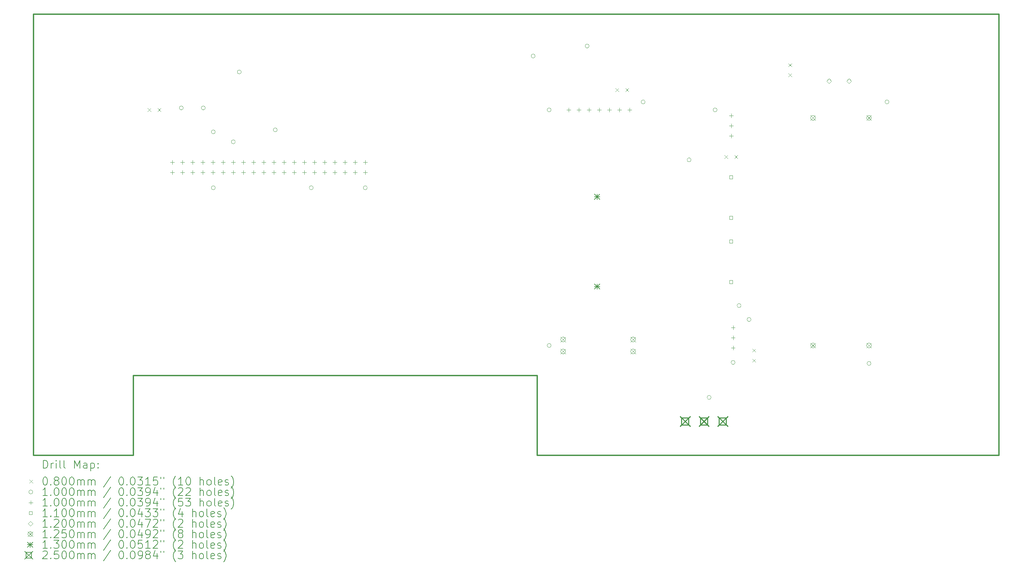
<source format=gbr>
%TF.GenerationSoftware,KiCad,Pcbnew,8.0.6*%
%TF.CreationDate,2025-04-15T17:41:16+01:00*%
%TF.ProjectId,DeltaBot,44656c74-6142-46f7-942e-6b696361645f,rev?*%
%TF.SameCoordinates,Original*%
%TF.FileFunction,Drillmap*%
%TF.FilePolarity,Positive*%
%FSLAX45Y45*%
G04 Gerber Fmt 4.5, Leading zero omitted, Abs format (unit mm)*
G04 Created by KiCad (PCBNEW 8.0.6) date 2025-04-15 17:41:16*
%MOMM*%
%LPD*%
G01*
G04 APERTURE LIST*
%ADD10C,0.300000*%
%ADD11C,0.200000*%
%ADD12C,0.100000*%
%ADD13C,0.110000*%
%ADD14C,0.120000*%
%ADD15C,0.125000*%
%ADD16C,0.130000*%
%ADD17C,0.250000*%
G04 APERTURE END LIST*
D10*
X5200000Y-12650000D02*
X15300000Y-12650000D01*
X5200000Y-14650000D02*
X2700000Y-14650000D01*
X26850000Y-3600000D02*
X26850000Y-14650000D01*
X15300000Y-12650000D02*
X15300000Y-14650000D01*
X26850000Y-14650000D02*
X15300000Y-14650000D01*
X2700000Y-14650000D02*
X2700000Y-3600000D01*
X5200000Y-14650000D02*
X5200000Y-12650000D01*
X2700000Y-3600000D02*
X26850000Y-3600000D01*
D11*
D12*
X5560000Y-5960000D02*
X5640000Y-6040000D01*
X5640000Y-5960000D02*
X5560000Y-6040000D01*
X5810000Y-5960000D02*
X5890000Y-6040000D01*
X5890000Y-5960000D02*
X5810000Y-6040000D01*
X17260000Y-5460000D02*
X17340000Y-5540000D01*
X17340000Y-5460000D02*
X17260000Y-5540000D01*
X17510000Y-5460000D02*
X17590000Y-5540000D01*
X17590000Y-5460000D02*
X17510000Y-5540000D01*
X19985000Y-7135000D02*
X20065000Y-7215000D01*
X20065000Y-7135000D02*
X19985000Y-7215000D01*
X20235000Y-7135000D02*
X20315000Y-7215000D01*
X20315000Y-7135000D02*
X20235000Y-7215000D01*
X20685000Y-11985000D02*
X20765000Y-12065000D01*
X20765000Y-11985000D02*
X20685000Y-12065000D01*
X20685000Y-12235000D02*
X20765000Y-12315000D01*
X20765000Y-12235000D02*
X20685000Y-12315000D01*
X21585000Y-4835000D02*
X21665000Y-4915000D01*
X21665000Y-4835000D02*
X21585000Y-4915000D01*
X21585000Y-5085000D02*
X21665000Y-5165000D01*
X21665000Y-5085000D02*
X21585000Y-5165000D01*
X6450000Y-5950000D02*
G75*
G02*
X6350000Y-5950000I-50000J0D01*
G01*
X6350000Y-5950000D02*
G75*
G02*
X6450000Y-5950000I50000J0D01*
G01*
X7000000Y-5950000D02*
G75*
G02*
X6900000Y-5950000I-50000J0D01*
G01*
X6900000Y-5950000D02*
G75*
G02*
X7000000Y-5950000I50000J0D01*
G01*
X7250000Y-6550000D02*
G75*
G02*
X7150000Y-6550000I-50000J0D01*
G01*
X7150000Y-6550000D02*
G75*
G02*
X7250000Y-6550000I50000J0D01*
G01*
X7250000Y-7950000D02*
G75*
G02*
X7150000Y-7950000I-50000J0D01*
G01*
X7150000Y-7950000D02*
G75*
G02*
X7250000Y-7950000I50000J0D01*
G01*
X7750000Y-6800000D02*
G75*
G02*
X7650000Y-6800000I-50000J0D01*
G01*
X7650000Y-6800000D02*
G75*
G02*
X7750000Y-6800000I50000J0D01*
G01*
X7900000Y-5050000D02*
G75*
G02*
X7800000Y-5050000I-50000J0D01*
G01*
X7800000Y-5050000D02*
G75*
G02*
X7900000Y-5050000I50000J0D01*
G01*
X8800000Y-6500000D02*
G75*
G02*
X8700000Y-6500000I-50000J0D01*
G01*
X8700000Y-6500000D02*
G75*
G02*
X8800000Y-6500000I50000J0D01*
G01*
X9700000Y-7950000D02*
G75*
G02*
X9600000Y-7950000I-50000J0D01*
G01*
X9600000Y-7950000D02*
G75*
G02*
X9700000Y-7950000I50000J0D01*
G01*
X11050000Y-7950000D02*
G75*
G02*
X10950000Y-7950000I-50000J0D01*
G01*
X10950000Y-7950000D02*
G75*
G02*
X11050000Y-7950000I50000J0D01*
G01*
X15250000Y-4650000D02*
G75*
G02*
X15150000Y-4650000I-50000J0D01*
G01*
X15150000Y-4650000D02*
G75*
G02*
X15250000Y-4650000I50000J0D01*
G01*
X15650000Y-6000000D02*
G75*
G02*
X15550000Y-6000000I-50000J0D01*
G01*
X15550000Y-6000000D02*
G75*
G02*
X15650000Y-6000000I50000J0D01*
G01*
X15650000Y-11900000D02*
G75*
G02*
X15550000Y-11900000I-50000J0D01*
G01*
X15550000Y-11900000D02*
G75*
G02*
X15650000Y-11900000I50000J0D01*
G01*
X16600000Y-4400000D02*
G75*
G02*
X16500000Y-4400000I-50000J0D01*
G01*
X16500000Y-4400000D02*
G75*
G02*
X16600000Y-4400000I50000J0D01*
G01*
X18000000Y-5800000D02*
G75*
G02*
X17900000Y-5800000I-50000J0D01*
G01*
X17900000Y-5800000D02*
G75*
G02*
X18000000Y-5800000I50000J0D01*
G01*
X19150000Y-7250000D02*
G75*
G02*
X19050000Y-7250000I-50000J0D01*
G01*
X19050000Y-7250000D02*
G75*
G02*
X19150000Y-7250000I50000J0D01*
G01*
X19650000Y-13200000D02*
G75*
G02*
X19550000Y-13200000I-50000J0D01*
G01*
X19550000Y-13200000D02*
G75*
G02*
X19650000Y-13200000I50000J0D01*
G01*
X19800000Y-6000000D02*
G75*
G02*
X19700000Y-6000000I-50000J0D01*
G01*
X19700000Y-6000000D02*
G75*
G02*
X19800000Y-6000000I50000J0D01*
G01*
X20250000Y-12325000D02*
G75*
G02*
X20150000Y-12325000I-50000J0D01*
G01*
X20150000Y-12325000D02*
G75*
G02*
X20250000Y-12325000I50000J0D01*
G01*
X20400000Y-10900000D02*
G75*
G02*
X20300000Y-10900000I-50000J0D01*
G01*
X20300000Y-10900000D02*
G75*
G02*
X20400000Y-10900000I50000J0D01*
G01*
X20650000Y-11250000D02*
G75*
G02*
X20550000Y-11250000I-50000J0D01*
G01*
X20550000Y-11250000D02*
G75*
G02*
X20650000Y-11250000I50000J0D01*
G01*
X23650000Y-12350000D02*
G75*
G02*
X23550000Y-12350000I-50000J0D01*
G01*
X23550000Y-12350000D02*
G75*
G02*
X23650000Y-12350000I50000J0D01*
G01*
X24100000Y-5800000D02*
G75*
G02*
X24000000Y-5800000I-50000J0D01*
G01*
X24000000Y-5800000D02*
G75*
G02*
X24100000Y-5800000I50000J0D01*
G01*
X6175500Y-7261500D02*
X6175500Y-7361500D01*
X6125500Y-7311500D02*
X6225500Y-7311500D01*
X6175500Y-7515500D02*
X6175500Y-7615500D01*
X6125500Y-7565500D02*
X6225500Y-7565500D01*
X6429500Y-7261500D02*
X6429500Y-7361500D01*
X6379500Y-7311500D02*
X6479500Y-7311500D01*
X6429500Y-7515500D02*
X6429500Y-7615500D01*
X6379500Y-7565500D02*
X6479500Y-7565500D01*
X6683500Y-7261500D02*
X6683500Y-7361500D01*
X6633500Y-7311500D02*
X6733500Y-7311500D01*
X6683500Y-7515500D02*
X6683500Y-7615500D01*
X6633500Y-7565500D02*
X6733500Y-7565500D01*
X6937500Y-7261500D02*
X6937500Y-7361500D01*
X6887500Y-7311500D02*
X6987500Y-7311500D01*
X6937500Y-7515500D02*
X6937500Y-7615500D01*
X6887500Y-7565500D02*
X6987500Y-7565500D01*
X7191500Y-7261500D02*
X7191500Y-7361500D01*
X7141500Y-7311500D02*
X7241500Y-7311500D01*
X7191500Y-7515500D02*
X7191500Y-7615500D01*
X7141500Y-7565500D02*
X7241500Y-7565500D01*
X7445500Y-7261500D02*
X7445500Y-7361500D01*
X7395500Y-7311500D02*
X7495500Y-7311500D01*
X7445500Y-7515500D02*
X7445500Y-7615500D01*
X7395500Y-7565500D02*
X7495500Y-7565500D01*
X7699500Y-7261500D02*
X7699500Y-7361500D01*
X7649500Y-7311500D02*
X7749500Y-7311500D01*
X7699500Y-7515500D02*
X7699500Y-7615500D01*
X7649500Y-7565500D02*
X7749500Y-7565500D01*
X7953500Y-7261500D02*
X7953500Y-7361500D01*
X7903500Y-7311500D02*
X8003500Y-7311500D01*
X7953500Y-7515500D02*
X7953500Y-7615500D01*
X7903500Y-7565500D02*
X8003500Y-7565500D01*
X8207500Y-7261500D02*
X8207500Y-7361500D01*
X8157500Y-7311500D02*
X8257500Y-7311500D01*
X8207500Y-7515500D02*
X8207500Y-7615500D01*
X8157500Y-7565500D02*
X8257500Y-7565500D01*
X8461500Y-7261500D02*
X8461500Y-7361500D01*
X8411500Y-7311500D02*
X8511500Y-7311500D01*
X8461500Y-7515500D02*
X8461500Y-7615500D01*
X8411500Y-7565500D02*
X8511500Y-7565500D01*
X8715500Y-7261500D02*
X8715500Y-7361500D01*
X8665500Y-7311500D02*
X8765500Y-7311500D01*
X8715500Y-7515500D02*
X8715500Y-7615500D01*
X8665500Y-7565500D02*
X8765500Y-7565500D01*
X8969500Y-7261500D02*
X8969500Y-7361500D01*
X8919500Y-7311500D02*
X9019500Y-7311500D01*
X8969500Y-7515500D02*
X8969500Y-7615500D01*
X8919500Y-7565500D02*
X9019500Y-7565500D01*
X9223500Y-7261500D02*
X9223500Y-7361500D01*
X9173500Y-7311500D02*
X9273500Y-7311500D01*
X9223500Y-7515500D02*
X9223500Y-7615500D01*
X9173500Y-7565500D02*
X9273500Y-7565500D01*
X9477500Y-7261500D02*
X9477500Y-7361500D01*
X9427500Y-7311500D02*
X9527500Y-7311500D01*
X9477500Y-7515500D02*
X9477500Y-7615500D01*
X9427500Y-7565500D02*
X9527500Y-7565500D01*
X9731500Y-7261500D02*
X9731500Y-7361500D01*
X9681500Y-7311500D02*
X9781500Y-7311500D01*
X9731500Y-7515500D02*
X9731500Y-7615500D01*
X9681500Y-7565500D02*
X9781500Y-7565500D01*
X9985500Y-7261500D02*
X9985500Y-7361500D01*
X9935500Y-7311500D02*
X10035500Y-7311500D01*
X9985500Y-7515500D02*
X9985500Y-7615500D01*
X9935500Y-7565500D02*
X10035500Y-7565500D01*
X10239500Y-7261500D02*
X10239500Y-7361500D01*
X10189500Y-7311500D02*
X10289500Y-7311500D01*
X10239500Y-7515500D02*
X10239500Y-7615500D01*
X10189500Y-7565500D02*
X10289500Y-7565500D01*
X10493500Y-7261500D02*
X10493500Y-7361500D01*
X10443500Y-7311500D02*
X10543500Y-7311500D01*
X10493500Y-7515500D02*
X10493500Y-7615500D01*
X10443500Y-7565500D02*
X10543500Y-7565500D01*
X10747500Y-7261500D02*
X10747500Y-7361500D01*
X10697500Y-7311500D02*
X10797500Y-7311500D01*
X10747500Y-7515500D02*
X10747500Y-7615500D01*
X10697500Y-7565500D02*
X10797500Y-7565500D01*
X11001500Y-7261500D02*
X11001500Y-7361500D01*
X10951500Y-7311500D02*
X11051500Y-7311500D01*
X11001500Y-7515500D02*
X11001500Y-7615500D01*
X10951500Y-7565500D02*
X11051500Y-7565500D01*
X16088500Y-5950000D02*
X16088500Y-6050000D01*
X16038500Y-6000000D02*
X16138500Y-6000000D01*
X16342500Y-5950000D02*
X16342500Y-6050000D01*
X16292500Y-6000000D02*
X16392500Y-6000000D01*
X16596500Y-5950000D02*
X16596500Y-6050000D01*
X16546500Y-6000000D02*
X16646500Y-6000000D01*
X16850500Y-5950000D02*
X16850500Y-6050000D01*
X16800500Y-6000000D02*
X16900500Y-6000000D01*
X17104500Y-5950000D02*
X17104500Y-6050000D01*
X17054500Y-6000000D02*
X17154500Y-6000000D01*
X17358500Y-5950000D02*
X17358500Y-6050000D01*
X17308500Y-6000000D02*
X17408500Y-6000000D01*
X17612500Y-5950000D02*
X17612500Y-6050000D01*
X17562500Y-6000000D02*
X17662500Y-6000000D01*
X20150000Y-6092000D02*
X20150000Y-6192000D01*
X20100000Y-6142000D02*
X20200000Y-6142000D01*
X20150000Y-6346000D02*
X20150000Y-6446000D01*
X20100000Y-6396000D02*
X20200000Y-6396000D01*
X20150000Y-6600000D02*
X20150000Y-6700000D01*
X20100000Y-6650000D02*
X20200000Y-6650000D01*
X20200000Y-11400000D02*
X20200000Y-11500000D01*
X20150000Y-11450000D02*
X20250000Y-11450000D01*
X20200000Y-11654000D02*
X20200000Y-11754000D01*
X20150000Y-11704000D02*
X20250000Y-11704000D01*
X20200000Y-11908000D02*
X20200000Y-12008000D01*
X20150000Y-11958000D02*
X20250000Y-11958000D01*
D13*
X20188891Y-7722891D02*
X20188891Y-7645109D01*
X20111109Y-7645109D01*
X20111109Y-7722891D01*
X20188891Y-7722891D01*
X20188891Y-8738891D02*
X20188891Y-8661109D01*
X20111109Y-8661109D01*
X20111109Y-8738891D01*
X20188891Y-8738891D01*
X20188891Y-9330891D02*
X20188891Y-9253109D01*
X20111109Y-9253109D01*
X20111109Y-9330891D01*
X20188891Y-9330891D01*
X20188891Y-10346891D02*
X20188891Y-10269109D01*
X20111109Y-10269109D01*
X20111109Y-10346891D01*
X20188891Y-10346891D01*
D14*
X22600000Y-5335000D02*
X22660000Y-5275000D01*
X22600000Y-5215000D01*
X22540000Y-5275000D01*
X22600000Y-5335000D01*
X23100000Y-5335000D02*
X23160000Y-5275000D01*
X23100000Y-5215000D01*
X23040000Y-5275000D01*
X23100000Y-5335000D01*
D15*
X15887500Y-11687500D02*
X16012500Y-11812500D01*
X16012500Y-11687500D02*
X15887500Y-11812500D01*
X16012500Y-11750000D02*
G75*
G02*
X15887500Y-11750000I-62500J0D01*
G01*
X15887500Y-11750000D02*
G75*
G02*
X16012500Y-11750000I62500J0D01*
G01*
X15887500Y-11987500D02*
X16012500Y-12112500D01*
X16012500Y-11987500D02*
X15887500Y-12112500D01*
X16012500Y-12050000D02*
G75*
G02*
X15887500Y-12050000I-62500J0D01*
G01*
X15887500Y-12050000D02*
G75*
G02*
X16012500Y-12050000I62500J0D01*
G01*
X17637500Y-11687500D02*
X17762500Y-11812500D01*
X17762500Y-11687500D02*
X17637500Y-11812500D01*
X17762500Y-11750000D02*
G75*
G02*
X17637500Y-11750000I-62500J0D01*
G01*
X17637500Y-11750000D02*
G75*
G02*
X17762500Y-11750000I62500J0D01*
G01*
X17637500Y-11987500D02*
X17762500Y-12112500D01*
X17762500Y-11987500D02*
X17637500Y-12112500D01*
X17762500Y-12050000D02*
G75*
G02*
X17637500Y-12050000I-62500J0D01*
G01*
X17637500Y-12050000D02*
G75*
G02*
X17762500Y-12050000I62500J0D01*
G01*
X22137500Y-6137500D02*
X22262500Y-6262500D01*
X22262500Y-6137500D02*
X22137500Y-6262500D01*
X22262500Y-6200000D02*
G75*
G02*
X22137500Y-6200000I-62500J0D01*
G01*
X22137500Y-6200000D02*
G75*
G02*
X22262500Y-6200000I62500J0D01*
G01*
X22137500Y-11837500D02*
X22262500Y-11962500D01*
X22262500Y-11837500D02*
X22137500Y-11962500D01*
X22262500Y-11900000D02*
G75*
G02*
X22137500Y-11900000I-62500J0D01*
G01*
X22137500Y-11900000D02*
G75*
G02*
X22262500Y-11900000I62500J0D01*
G01*
X23537500Y-6137500D02*
X23662500Y-6262500D01*
X23662500Y-6137500D02*
X23537500Y-6262500D01*
X23662500Y-6200000D02*
G75*
G02*
X23537500Y-6200000I-62500J0D01*
G01*
X23537500Y-6200000D02*
G75*
G02*
X23662500Y-6200000I62500J0D01*
G01*
X23537500Y-11837500D02*
X23662500Y-11962500D01*
X23662500Y-11837500D02*
X23537500Y-11962500D01*
X23662500Y-11900000D02*
G75*
G02*
X23537500Y-11900000I-62500J0D01*
G01*
X23537500Y-11900000D02*
G75*
G02*
X23662500Y-11900000I62500J0D01*
G01*
D16*
X16735000Y-8110000D02*
X16865000Y-8240000D01*
X16865000Y-8110000D02*
X16735000Y-8240000D01*
X16800000Y-8110000D02*
X16800000Y-8240000D01*
X16735000Y-8175000D02*
X16865000Y-8175000D01*
X16735000Y-10360000D02*
X16865000Y-10490000D01*
X16865000Y-10360000D02*
X16735000Y-10490000D01*
X16800000Y-10360000D02*
X16800000Y-10490000D01*
X16735000Y-10425000D02*
X16865000Y-10425000D01*
D17*
X18875000Y-13675000D02*
X19125000Y-13925000D01*
X19125000Y-13675000D02*
X18875000Y-13925000D01*
X19088389Y-13888389D02*
X19088389Y-13711611D01*
X18911611Y-13711611D01*
X18911611Y-13888389D01*
X19088389Y-13888389D01*
X19344900Y-13675000D02*
X19594900Y-13925000D01*
X19594900Y-13675000D02*
X19344900Y-13925000D01*
X19558289Y-13888389D02*
X19558289Y-13711611D01*
X19381511Y-13711611D01*
X19381511Y-13888389D01*
X19558289Y-13888389D01*
X19814800Y-13675000D02*
X20064800Y-13925000D01*
X20064800Y-13675000D02*
X19814800Y-13925000D01*
X20028189Y-13888389D02*
X20028189Y-13711611D01*
X19851411Y-13711611D01*
X19851411Y-13888389D01*
X20028189Y-13888389D01*
D11*
X2945777Y-14976484D02*
X2945777Y-14776484D01*
X2945777Y-14776484D02*
X2993396Y-14776484D01*
X2993396Y-14776484D02*
X3021967Y-14786008D01*
X3021967Y-14786008D02*
X3041015Y-14805055D01*
X3041015Y-14805055D02*
X3050539Y-14824103D01*
X3050539Y-14824103D02*
X3060062Y-14862198D01*
X3060062Y-14862198D02*
X3060062Y-14890769D01*
X3060062Y-14890769D02*
X3050539Y-14928865D01*
X3050539Y-14928865D02*
X3041015Y-14947912D01*
X3041015Y-14947912D02*
X3021967Y-14966960D01*
X3021967Y-14966960D02*
X2993396Y-14976484D01*
X2993396Y-14976484D02*
X2945777Y-14976484D01*
X3145777Y-14976484D02*
X3145777Y-14843150D01*
X3145777Y-14881246D02*
X3155301Y-14862198D01*
X3155301Y-14862198D02*
X3164824Y-14852674D01*
X3164824Y-14852674D02*
X3183872Y-14843150D01*
X3183872Y-14843150D02*
X3202920Y-14843150D01*
X3269586Y-14976484D02*
X3269586Y-14843150D01*
X3269586Y-14776484D02*
X3260062Y-14786008D01*
X3260062Y-14786008D02*
X3269586Y-14795531D01*
X3269586Y-14795531D02*
X3279110Y-14786008D01*
X3279110Y-14786008D02*
X3269586Y-14776484D01*
X3269586Y-14776484D02*
X3269586Y-14795531D01*
X3393396Y-14976484D02*
X3374348Y-14966960D01*
X3374348Y-14966960D02*
X3364824Y-14947912D01*
X3364824Y-14947912D02*
X3364824Y-14776484D01*
X3498158Y-14976484D02*
X3479110Y-14966960D01*
X3479110Y-14966960D02*
X3469586Y-14947912D01*
X3469586Y-14947912D02*
X3469586Y-14776484D01*
X3726729Y-14976484D02*
X3726729Y-14776484D01*
X3726729Y-14776484D02*
X3793396Y-14919341D01*
X3793396Y-14919341D02*
X3860062Y-14776484D01*
X3860062Y-14776484D02*
X3860062Y-14976484D01*
X4041015Y-14976484D02*
X4041015Y-14871722D01*
X4041015Y-14871722D02*
X4031491Y-14852674D01*
X4031491Y-14852674D02*
X4012443Y-14843150D01*
X4012443Y-14843150D02*
X3974348Y-14843150D01*
X3974348Y-14843150D02*
X3955301Y-14852674D01*
X4041015Y-14966960D02*
X4021967Y-14976484D01*
X4021967Y-14976484D02*
X3974348Y-14976484D01*
X3974348Y-14976484D02*
X3955301Y-14966960D01*
X3955301Y-14966960D02*
X3945777Y-14947912D01*
X3945777Y-14947912D02*
X3945777Y-14928865D01*
X3945777Y-14928865D02*
X3955301Y-14909817D01*
X3955301Y-14909817D02*
X3974348Y-14900293D01*
X3974348Y-14900293D02*
X4021967Y-14900293D01*
X4021967Y-14900293D02*
X4041015Y-14890769D01*
X4136253Y-14843150D02*
X4136253Y-15043150D01*
X4136253Y-14852674D02*
X4155301Y-14843150D01*
X4155301Y-14843150D02*
X4193396Y-14843150D01*
X4193396Y-14843150D02*
X4212444Y-14852674D01*
X4212444Y-14852674D02*
X4221967Y-14862198D01*
X4221967Y-14862198D02*
X4231491Y-14881246D01*
X4231491Y-14881246D02*
X4231491Y-14938388D01*
X4231491Y-14938388D02*
X4221967Y-14957436D01*
X4221967Y-14957436D02*
X4212444Y-14966960D01*
X4212444Y-14966960D02*
X4193396Y-14976484D01*
X4193396Y-14976484D02*
X4155301Y-14976484D01*
X4155301Y-14976484D02*
X4136253Y-14966960D01*
X4317205Y-14957436D02*
X4326729Y-14966960D01*
X4326729Y-14966960D02*
X4317205Y-14976484D01*
X4317205Y-14976484D02*
X4307682Y-14966960D01*
X4307682Y-14966960D02*
X4317205Y-14957436D01*
X4317205Y-14957436D02*
X4317205Y-14976484D01*
X4317205Y-14852674D02*
X4326729Y-14862198D01*
X4326729Y-14862198D02*
X4317205Y-14871722D01*
X4317205Y-14871722D02*
X4307682Y-14862198D01*
X4307682Y-14862198D02*
X4317205Y-14852674D01*
X4317205Y-14852674D02*
X4317205Y-14871722D01*
D12*
X2605000Y-15265000D02*
X2685000Y-15345000D01*
X2685000Y-15265000D02*
X2605000Y-15345000D01*
D11*
X2983872Y-15196484D02*
X3002920Y-15196484D01*
X3002920Y-15196484D02*
X3021967Y-15206008D01*
X3021967Y-15206008D02*
X3031491Y-15215531D01*
X3031491Y-15215531D02*
X3041015Y-15234579D01*
X3041015Y-15234579D02*
X3050539Y-15272674D01*
X3050539Y-15272674D02*
X3050539Y-15320293D01*
X3050539Y-15320293D02*
X3041015Y-15358388D01*
X3041015Y-15358388D02*
X3031491Y-15377436D01*
X3031491Y-15377436D02*
X3021967Y-15386960D01*
X3021967Y-15386960D02*
X3002920Y-15396484D01*
X3002920Y-15396484D02*
X2983872Y-15396484D01*
X2983872Y-15396484D02*
X2964824Y-15386960D01*
X2964824Y-15386960D02*
X2955301Y-15377436D01*
X2955301Y-15377436D02*
X2945777Y-15358388D01*
X2945777Y-15358388D02*
X2936253Y-15320293D01*
X2936253Y-15320293D02*
X2936253Y-15272674D01*
X2936253Y-15272674D02*
X2945777Y-15234579D01*
X2945777Y-15234579D02*
X2955301Y-15215531D01*
X2955301Y-15215531D02*
X2964824Y-15206008D01*
X2964824Y-15206008D02*
X2983872Y-15196484D01*
X3136253Y-15377436D02*
X3145777Y-15386960D01*
X3145777Y-15386960D02*
X3136253Y-15396484D01*
X3136253Y-15396484D02*
X3126729Y-15386960D01*
X3126729Y-15386960D02*
X3136253Y-15377436D01*
X3136253Y-15377436D02*
X3136253Y-15396484D01*
X3260062Y-15282198D02*
X3241015Y-15272674D01*
X3241015Y-15272674D02*
X3231491Y-15263150D01*
X3231491Y-15263150D02*
X3221967Y-15244103D01*
X3221967Y-15244103D02*
X3221967Y-15234579D01*
X3221967Y-15234579D02*
X3231491Y-15215531D01*
X3231491Y-15215531D02*
X3241015Y-15206008D01*
X3241015Y-15206008D02*
X3260062Y-15196484D01*
X3260062Y-15196484D02*
X3298158Y-15196484D01*
X3298158Y-15196484D02*
X3317205Y-15206008D01*
X3317205Y-15206008D02*
X3326729Y-15215531D01*
X3326729Y-15215531D02*
X3336253Y-15234579D01*
X3336253Y-15234579D02*
X3336253Y-15244103D01*
X3336253Y-15244103D02*
X3326729Y-15263150D01*
X3326729Y-15263150D02*
X3317205Y-15272674D01*
X3317205Y-15272674D02*
X3298158Y-15282198D01*
X3298158Y-15282198D02*
X3260062Y-15282198D01*
X3260062Y-15282198D02*
X3241015Y-15291722D01*
X3241015Y-15291722D02*
X3231491Y-15301246D01*
X3231491Y-15301246D02*
X3221967Y-15320293D01*
X3221967Y-15320293D02*
X3221967Y-15358388D01*
X3221967Y-15358388D02*
X3231491Y-15377436D01*
X3231491Y-15377436D02*
X3241015Y-15386960D01*
X3241015Y-15386960D02*
X3260062Y-15396484D01*
X3260062Y-15396484D02*
X3298158Y-15396484D01*
X3298158Y-15396484D02*
X3317205Y-15386960D01*
X3317205Y-15386960D02*
X3326729Y-15377436D01*
X3326729Y-15377436D02*
X3336253Y-15358388D01*
X3336253Y-15358388D02*
X3336253Y-15320293D01*
X3336253Y-15320293D02*
X3326729Y-15301246D01*
X3326729Y-15301246D02*
X3317205Y-15291722D01*
X3317205Y-15291722D02*
X3298158Y-15282198D01*
X3460062Y-15196484D02*
X3479110Y-15196484D01*
X3479110Y-15196484D02*
X3498158Y-15206008D01*
X3498158Y-15206008D02*
X3507682Y-15215531D01*
X3507682Y-15215531D02*
X3517205Y-15234579D01*
X3517205Y-15234579D02*
X3526729Y-15272674D01*
X3526729Y-15272674D02*
X3526729Y-15320293D01*
X3526729Y-15320293D02*
X3517205Y-15358388D01*
X3517205Y-15358388D02*
X3507682Y-15377436D01*
X3507682Y-15377436D02*
X3498158Y-15386960D01*
X3498158Y-15386960D02*
X3479110Y-15396484D01*
X3479110Y-15396484D02*
X3460062Y-15396484D01*
X3460062Y-15396484D02*
X3441015Y-15386960D01*
X3441015Y-15386960D02*
X3431491Y-15377436D01*
X3431491Y-15377436D02*
X3421967Y-15358388D01*
X3421967Y-15358388D02*
X3412443Y-15320293D01*
X3412443Y-15320293D02*
X3412443Y-15272674D01*
X3412443Y-15272674D02*
X3421967Y-15234579D01*
X3421967Y-15234579D02*
X3431491Y-15215531D01*
X3431491Y-15215531D02*
X3441015Y-15206008D01*
X3441015Y-15206008D02*
X3460062Y-15196484D01*
X3650539Y-15196484D02*
X3669586Y-15196484D01*
X3669586Y-15196484D02*
X3688634Y-15206008D01*
X3688634Y-15206008D02*
X3698158Y-15215531D01*
X3698158Y-15215531D02*
X3707682Y-15234579D01*
X3707682Y-15234579D02*
X3717205Y-15272674D01*
X3717205Y-15272674D02*
X3717205Y-15320293D01*
X3717205Y-15320293D02*
X3707682Y-15358388D01*
X3707682Y-15358388D02*
X3698158Y-15377436D01*
X3698158Y-15377436D02*
X3688634Y-15386960D01*
X3688634Y-15386960D02*
X3669586Y-15396484D01*
X3669586Y-15396484D02*
X3650539Y-15396484D01*
X3650539Y-15396484D02*
X3631491Y-15386960D01*
X3631491Y-15386960D02*
X3621967Y-15377436D01*
X3621967Y-15377436D02*
X3612443Y-15358388D01*
X3612443Y-15358388D02*
X3602920Y-15320293D01*
X3602920Y-15320293D02*
X3602920Y-15272674D01*
X3602920Y-15272674D02*
X3612443Y-15234579D01*
X3612443Y-15234579D02*
X3621967Y-15215531D01*
X3621967Y-15215531D02*
X3631491Y-15206008D01*
X3631491Y-15206008D02*
X3650539Y-15196484D01*
X3802920Y-15396484D02*
X3802920Y-15263150D01*
X3802920Y-15282198D02*
X3812443Y-15272674D01*
X3812443Y-15272674D02*
X3831491Y-15263150D01*
X3831491Y-15263150D02*
X3860063Y-15263150D01*
X3860063Y-15263150D02*
X3879110Y-15272674D01*
X3879110Y-15272674D02*
X3888634Y-15291722D01*
X3888634Y-15291722D02*
X3888634Y-15396484D01*
X3888634Y-15291722D02*
X3898158Y-15272674D01*
X3898158Y-15272674D02*
X3917205Y-15263150D01*
X3917205Y-15263150D02*
X3945777Y-15263150D01*
X3945777Y-15263150D02*
X3964824Y-15272674D01*
X3964824Y-15272674D02*
X3974348Y-15291722D01*
X3974348Y-15291722D02*
X3974348Y-15396484D01*
X4069586Y-15396484D02*
X4069586Y-15263150D01*
X4069586Y-15282198D02*
X4079110Y-15272674D01*
X4079110Y-15272674D02*
X4098158Y-15263150D01*
X4098158Y-15263150D02*
X4126729Y-15263150D01*
X4126729Y-15263150D02*
X4145777Y-15272674D01*
X4145777Y-15272674D02*
X4155301Y-15291722D01*
X4155301Y-15291722D02*
X4155301Y-15396484D01*
X4155301Y-15291722D02*
X4164824Y-15272674D01*
X4164824Y-15272674D02*
X4183872Y-15263150D01*
X4183872Y-15263150D02*
X4212444Y-15263150D01*
X4212444Y-15263150D02*
X4231491Y-15272674D01*
X4231491Y-15272674D02*
X4241015Y-15291722D01*
X4241015Y-15291722D02*
X4241015Y-15396484D01*
X4631491Y-15186960D02*
X4460063Y-15444103D01*
X4888634Y-15196484D02*
X4907682Y-15196484D01*
X4907682Y-15196484D02*
X4926729Y-15206008D01*
X4926729Y-15206008D02*
X4936253Y-15215531D01*
X4936253Y-15215531D02*
X4945777Y-15234579D01*
X4945777Y-15234579D02*
X4955301Y-15272674D01*
X4955301Y-15272674D02*
X4955301Y-15320293D01*
X4955301Y-15320293D02*
X4945777Y-15358388D01*
X4945777Y-15358388D02*
X4936253Y-15377436D01*
X4936253Y-15377436D02*
X4926729Y-15386960D01*
X4926729Y-15386960D02*
X4907682Y-15396484D01*
X4907682Y-15396484D02*
X4888634Y-15396484D01*
X4888634Y-15396484D02*
X4869587Y-15386960D01*
X4869587Y-15386960D02*
X4860063Y-15377436D01*
X4860063Y-15377436D02*
X4850539Y-15358388D01*
X4850539Y-15358388D02*
X4841015Y-15320293D01*
X4841015Y-15320293D02*
X4841015Y-15272674D01*
X4841015Y-15272674D02*
X4850539Y-15234579D01*
X4850539Y-15234579D02*
X4860063Y-15215531D01*
X4860063Y-15215531D02*
X4869587Y-15206008D01*
X4869587Y-15206008D02*
X4888634Y-15196484D01*
X5041015Y-15377436D02*
X5050539Y-15386960D01*
X5050539Y-15386960D02*
X5041015Y-15396484D01*
X5041015Y-15396484D02*
X5031491Y-15386960D01*
X5031491Y-15386960D02*
X5041015Y-15377436D01*
X5041015Y-15377436D02*
X5041015Y-15396484D01*
X5174348Y-15196484D02*
X5193396Y-15196484D01*
X5193396Y-15196484D02*
X5212444Y-15206008D01*
X5212444Y-15206008D02*
X5221968Y-15215531D01*
X5221968Y-15215531D02*
X5231491Y-15234579D01*
X5231491Y-15234579D02*
X5241015Y-15272674D01*
X5241015Y-15272674D02*
X5241015Y-15320293D01*
X5241015Y-15320293D02*
X5231491Y-15358388D01*
X5231491Y-15358388D02*
X5221968Y-15377436D01*
X5221968Y-15377436D02*
X5212444Y-15386960D01*
X5212444Y-15386960D02*
X5193396Y-15396484D01*
X5193396Y-15396484D02*
X5174348Y-15396484D01*
X5174348Y-15396484D02*
X5155301Y-15386960D01*
X5155301Y-15386960D02*
X5145777Y-15377436D01*
X5145777Y-15377436D02*
X5136253Y-15358388D01*
X5136253Y-15358388D02*
X5126729Y-15320293D01*
X5126729Y-15320293D02*
X5126729Y-15272674D01*
X5126729Y-15272674D02*
X5136253Y-15234579D01*
X5136253Y-15234579D02*
X5145777Y-15215531D01*
X5145777Y-15215531D02*
X5155301Y-15206008D01*
X5155301Y-15206008D02*
X5174348Y-15196484D01*
X5307682Y-15196484D02*
X5431491Y-15196484D01*
X5431491Y-15196484D02*
X5364825Y-15272674D01*
X5364825Y-15272674D02*
X5393396Y-15272674D01*
X5393396Y-15272674D02*
X5412444Y-15282198D01*
X5412444Y-15282198D02*
X5421968Y-15291722D01*
X5421968Y-15291722D02*
X5431491Y-15310769D01*
X5431491Y-15310769D02*
X5431491Y-15358388D01*
X5431491Y-15358388D02*
X5421968Y-15377436D01*
X5421968Y-15377436D02*
X5412444Y-15386960D01*
X5412444Y-15386960D02*
X5393396Y-15396484D01*
X5393396Y-15396484D02*
X5336253Y-15396484D01*
X5336253Y-15396484D02*
X5317206Y-15386960D01*
X5317206Y-15386960D02*
X5307682Y-15377436D01*
X5621967Y-15396484D02*
X5507682Y-15396484D01*
X5564825Y-15396484D02*
X5564825Y-15196484D01*
X5564825Y-15196484D02*
X5545777Y-15225055D01*
X5545777Y-15225055D02*
X5526729Y-15244103D01*
X5526729Y-15244103D02*
X5507682Y-15253627D01*
X5802920Y-15196484D02*
X5707682Y-15196484D01*
X5707682Y-15196484D02*
X5698158Y-15291722D01*
X5698158Y-15291722D02*
X5707682Y-15282198D01*
X5707682Y-15282198D02*
X5726729Y-15272674D01*
X5726729Y-15272674D02*
X5774348Y-15272674D01*
X5774348Y-15272674D02*
X5793396Y-15282198D01*
X5793396Y-15282198D02*
X5802920Y-15291722D01*
X5802920Y-15291722D02*
X5812444Y-15310769D01*
X5812444Y-15310769D02*
X5812444Y-15358388D01*
X5812444Y-15358388D02*
X5802920Y-15377436D01*
X5802920Y-15377436D02*
X5793396Y-15386960D01*
X5793396Y-15386960D02*
X5774348Y-15396484D01*
X5774348Y-15396484D02*
X5726729Y-15396484D01*
X5726729Y-15396484D02*
X5707682Y-15386960D01*
X5707682Y-15386960D02*
X5698158Y-15377436D01*
X5888634Y-15196484D02*
X5888634Y-15234579D01*
X5964825Y-15196484D02*
X5964825Y-15234579D01*
X6260063Y-15472674D02*
X6250539Y-15463150D01*
X6250539Y-15463150D02*
X6231491Y-15434579D01*
X6231491Y-15434579D02*
X6221968Y-15415531D01*
X6221968Y-15415531D02*
X6212444Y-15386960D01*
X6212444Y-15386960D02*
X6202920Y-15339341D01*
X6202920Y-15339341D02*
X6202920Y-15301246D01*
X6202920Y-15301246D02*
X6212444Y-15253627D01*
X6212444Y-15253627D02*
X6221968Y-15225055D01*
X6221968Y-15225055D02*
X6231491Y-15206008D01*
X6231491Y-15206008D02*
X6250539Y-15177436D01*
X6250539Y-15177436D02*
X6260063Y-15167912D01*
X6441015Y-15396484D02*
X6326729Y-15396484D01*
X6383872Y-15396484D02*
X6383872Y-15196484D01*
X6383872Y-15196484D02*
X6364825Y-15225055D01*
X6364825Y-15225055D02*
X6345777Y-15244103D01*
X6345777Y-15244103D02*
X6326729Y-15253627D01*
X6564825Y-15196484D02*
X6583872Y-15196484D01*
X6583872Y-15196484D02*
X6602920Y-15206008D01*
X6602920Y-15206008D02*
X6612444Y-15215531D01*
X6612444Y-15215531D02*
X6621968Y-15234579D01*
X6621968Y-15234579D02*
X6631491Y-15272674D01*
X6631491Y-15272674D02*
X6631491Y-15320293D01*
X6631491Y-15320293D02*
X6621968Y-15358388D01*
X6621968Y-15358388D02*
X6612444Y-15377436D01*
X6612444Y-15377436D02*
X6602920Y-15386960D01*
X6602920Y-15386960D02*
X6583872Y-15396484D01*
X6583872Y-15396484D02*
X6564825Y-15396484D01*
X6564825Y-15396484D02*
X6545777Y-15386960D01*
X6545777Y-15386960D02*
X6536253Y-15377436D01*
X6536253Y-15377436D02*
X6526729Y-15358388D01*
X6526729Y-15358388D02*
X6517206Y-15320293D01*
X6517206Y-15320293D02*
X6517206Y-15272674D01*
X6517206Y-15272674D02*
X6526729Y-15234579D01*
X6526729Y-15234579D02*
X6536253Y-15215531D01*
X6536253Y-15215531D02*
X6545777Y-15206008D01*
X6545777Y-15206008D02*
X6564825Y-15196484D01*
X6869587Y-15396484D02*
X6869587Y-15196484D01*
X6955301Y-15396484D02*
X6955301Y-15291722D01*
X6955301Y-15291722D02*
X6945777Y-15272674D01*
X6945777Y-15272674D02*
X6926730Y-15263150D01*
X6926730Y-15263150D02*
X6898158Y-15263150D01*
X6898158Y-15263150D02*
X6879110Y-15272674D01*
X6879110Y-15272674D02*
X6869587Y-15282198D01*
X7079110Y-15396484D02*
X7060063Y-15386960D01*
X7060063Y-15386960D02*
X7050539Y-15377436D01*
X7050539Y-15377436D02*
X7041015Y-15358388D01*
X7041015Y-15358388D02*
X7041015Y-15301246D01*
X7041015Y-15301246D02*
X7050539Y-15282198D01*
X7050539Y-15282198D02*
X7060063Y-15272674D01*
X7060063Y-15272674D02*
X7079110Y-15263150D01*
X7079110Y-15263150D02*
X7107682Y-15263150D01*
X7107682Y-15263150D02*
X7126730Y-15272674D01*
X7126730Y-15272674D02*
X7136253Y-15282198D01*
X7136253Y-15282198D02*
X7145777Y-15301246D01*
X7145777Y-15301246D02*
X7145777Y-15358388D01*
X7145777Y-15358388D02*
X7136253Y-15377436D01*
X7136253Y-15377436D02*
X7126730Y-15386960D01*
X7126730Y-15386960D02*
X7107682Y-15396484D01*
X7107682Y-15396484D02*
X7079110Y-15396484D01*
X7260063Y-15396484D02*
X7241015Y-15386960D01*
X7241015Y-15386960D02*
X7231491Y-15367912D01*
X7231491Y-15367912D02*
X7231491Y-15196484D01*
X7412444Y-15386960D02*
X7393396Y-15396484D01*
X7393396Y-15396484D02*
X7355301Y-15396484D01*
X7355301Y-15396484D02*
X7336253Y-15386960D01*
X7336253Y-15386960D02*
X7326730Y-15367912D01*
X7326730Y-15367912D02*
X7326730Y-15291722D01*
X7326730Y-15291722D02*
X7336253Y-15272674D01*
X7336253Y-15272674D02*
X7355301Y-15263150D01*
X7355301Y-15263150D02*
X7393396Y-15263150D01*
X7393396Y-15263150D02*
X7412444Y-15272674D01*
X7412444Y-15272674D02*
X7421968Y-15291722D01*
X7421968Y-15291722D02*
X7421968Y-15310769D01*
X7421968Y-15310769D02*
X7326730Y-15329817D01*
X7498158Y-15386960D02*
X7517206Y-15396484D01*
X7517206Y-15396484D02*
X7555301Y-15396484D01*
X7555301Y-15396484D02*
X7574349Y-15386960D01*
X7574349Y-15386960D02*
X7583872Y-15367912D01*
X7583872Y-15367912D02*
X7583872Y-15358388D01*
X7583872Y-15358388D02*
X7574349Y-15339341D01*
X7574349Y-15339341D02*
X7555301Y-15329817D01*
X7555301Y-15329817D02*
X7526730Y-15329817D01*
X7526730Y-15329817D02*
X7507682Y-15320293D01*
X7507682Y-15320293D02*
X7498158Y-15301246D01*
X7498158Y-15301246D02*
X7498158Y-15291722D01*
X7498158Y-15291722D02*
X7507682Y-15272674D01*
X7507682Y-15272674D02*
X7526730Y-15263150D01*
X7526730Y-15263150D02*
X7555301Y-15263150D01*
X7555301Y-15263150D02*
X7574349Y-15272674D01*
X7650539Y-15472674D02*
X7660063Y-15463150D01*
X7660063Y-15463150D02*
X7679111Y-15434579D01*
X7679111Y-15434579D02*
X7688634Y-15415531D01*
X7688634Y-15415531D02*
X7698158Y-15386960D01*
X7698158Y-15386960D02*
X7707682Y-15339341D01*
X7707682Y-15339341D02*
X7707682Y-15301246D01*
X7707682Y-15301246D02*
X7698158Y-15253627D01*
X7698158Y-15253627D02*
X7688634Y-15225055D01*
X7688634Y-15225055D02*
X7679111Y-15206008D01*
X7679111Y-15206008D02*
X7660063Y-15177436D01*
X7660063Y-15177436D02*
X7650539Y-15167912D01*
D12*
X2685000Y-15569000D02*
G75*
G02*
X2585000Y-15569000I-50000J0D01*
G01*
X2585000Y-15569000D02*
G75*
G02*
X2685000Y-15569000I50000J0D01*
G01*
D11*
X3050539Y-15660484D02*
X2936253Y-15660484D01*
X2993396Y-15660484D02*
X2993396Y-15460484D01*
X2993396Y-15460484D02*
X2974348Y-15489055D01*
X2974348Y-15489055D02*
X2955301Y-15508103D01*
X2955301Y-15508103D02*
X2936253Y-15517627D01*
X3136253Y-15641436D02*
X3145777Y-15650960D01*
X3145777Y-15650960D02*
X3136253Y-15660484D01*
X3136253Y-15660484D02*
X3126729Y-15650960D01*
X3126729Y-15650960D02*
X3136253Y-15641436D01*
X3136253Y-15641436D02*
X3136253Y-15660484D01*
X3269586Y-15460484D02*
X3288634Y-15460484D01*
X3288634Y-15460484D02*
X3307682Y-15470008D01*
X3307682Y-15470008D02*
X3317205Y-15479531D01*
X3317205Y-15479531D02*
X3326729Y-15498579D01*
X3326729Y-15498579D02*
X3336253Y-15536674D01*
X3336253Y-15536674D02*
X3336253Y-15584293D01*
X3336253Y-15584293D02*
X3326729Y-15622388D01*
X3326729Y-15622388D02*
X3317205Y-15641436D01*
X3317205Y-15641436D02*
X3307682Y-15650960D01*
X3307682Y-15650960D02*
X3288634Y-15660484D01*
X3288634Y-15660484D02*
X3269586Y-15660484D01*
X3269586Y-15660484D02*
X3250539Y-15650960D01*
X3250539Y-15650960D02*
X3241015Y-15641436D01*
X3241015Y-15641436D02*
X3231491Y-15622388D01*
X3231491Y-15622388D02*
X3221967Y-15584293D01*
X3221967Y-15584293D02*
X3221967Y-15536674D01*
X3221967Y-15536674D02*
X3231491Y-15498579D01*
X3231491Y-15498579D02*
X3241015Y-15479531D01*
X3241015Y-15479531D02*
X3250539Y-15470008D01*
X3250539Y-15470008D02*
X3269586Y-15460484D01*
X3460062Y-15460484D02*
X3479110Y-15460484D01*
X3479110Y-15460484D02*
X3498158Y-15470008D01*
X3498158Y-15470008D02*
X3507682Y-15479531D01*
X3507682Y-15479531D02*
X3517205Y-15498579D01*
X3517205Y-15498579D02*
X3526729Y-15536674D01*
X3526729Y-15536674D02*
X3526729Y-15584293D01*
X3526729Y-15584293D02*
X3517205Y-15622388D01*
X3517205Y-15622388D02*
X3507682Y-15641436D01*
X3507682Y-15641436D02*
X3498158Y-15650960D01*
X3498158Y-15650960D02*
X3479110Y-15660484D01*
X3479110Y-15660484D02*
X3460062Y-15660484D01*
X3460062Y-15660484D02*
X3441015Y-15650960D01*
X3441015Y-15650960D02*
X3431491Y-15641436D01*
X3431491Y-15641436D02*
X3421967Y-15622388D01*
X3421967Y-15622388D02*
X3412443Y-15584293D01*
X3412443Y-15584293D02*
X3412443Y-15536674D01*
X3412443Y-15536674D02*
X3421967Y-15498579D01*
X3421967Y-15498579D02*
X3431491Y-15479531D01*
X3431491Y-15479531D02*
X3441015Y-15470008D01*
X3441015Y-15470008D02*
X3460062Y-15460484D01*
X3650539Y-15460484D02*
X3669586Y-15460484D01*
X3669586Y-15460484D02*
X3688634Y-15470008D01*
X3688634Y-15470008D02*
X3698158Y-15479531D01*
X3698158Y-15479531D02*
X3707682Y-15498579D01*
X3707682Y-15498579D02*
X3717205Y-15536674D01*
X3717205Y-15536674D02*
X3717205Y-15584293D01*
X3717205Y-15584293D02*
X3707682Y-15622388D01*
X3707682Y-15622388D02*
X3698158Y-15641436D01*
X3698158Y-15641436D02*
X3688634Y-15650960D01*
X3688634Y-15650960D02*
X3669586Y-15660484D01*
X3669586Y-15660484D02*
X3650539Y-15660484D01*
X3650539Y-15660484D02*
X3631491Y-15650960D01*
X3631491Y-15650960D02*
X3621967Y-15641436D01*
X3621967Y-15641436D02*
X3612443Y-15622388D01*
X3612443Y-15622388D02*
X3602920Y-15584293D01*
X3602920Y-15584293D02*
X3602920Y-15536674D01*
X3602920Y-15536674D02*
X3612443Y-15498579D01*
X3612443Y-15498579D02*
X3621967Y-15479531D01*
X3621967Y-15479531D02*
X3631491Y-15470008D01*
X3631491Y-15470008D02*
X3650539Y-15460484D01*
X3802920Y-15660484D02*
X3802920Y-15527150D01*
X3802920Y-15546198D02*
X3812443Y-15536674D01*
X3812443Y-15536674D02*
X3831491Y-15527150D01*
X3831491Y-15527150D02*
X3860063Y-15527150D01*
X3860063Y-15527150D02*
X3879110Y-15536674D01*
X3879110Y-15536674D02*
X3888634Y-15555722D01*
X3888634Y-15555722D02*
X3888634Y-15660484D01*
X3888634Y-15555722D02*
X3898158Y-15536674D01*
X3898158Y-15536674D02*
X3917205Y-15527150D01*
X3917205Y-15527150D02*
X3945777Y-15527150D01*
X3945777Y-15527150D02*
X3964824Y-15536674D01*
X3964824Y-15536674D02*
X3974348Y-15555722D01*
X3974348Y-15555722D02*
X3974348Y-15660484D01*
X4069586Y-15660484D02*
X4069586Y-15527150D01*
X4069586Y-15546198D02*
X4079110Y-15536674D01*
X4079110Y-15536674D02*
X4098158Y-15527150D01*
X4098158Y-15527150D02*
X4126729Y-15527150D01*
X4126729Y-15527150D02*
X4145777Y-15536674D01*
X4145777Y-15536674D02*
X4155301Y-15555722D01*
X4155301Y-15555722D02*
X4155301Y-15660484D01*
X4155301Y-15555722D02*
X4164824Y-15536674D01*
X4164824Y-15536674D02*
X4183872Y-15527150D01*
X4183872Y-15527150D02*
X4212444Y-15527150D01*
X4212444Y-15527150D02*
X4231491Y-15536674D01*
X4231491Y-15536674D02*
X4241015Y-15555722D01*
X4241015Y-15555722D02*
X4241015Y-15660484D01*
X4631491Y-15450960D02*
X4460063Y-15708103D01*
X4888634Y-15460484D02*
X4907682Y-15460484D01*
X4907682Y-15460484D02*
X4926729Y-15470008D01*
X4926729Y-15470008D02*
X4936253Y-15479531D01*
X4936253Y-15479531D02*
X4945777Y-15498579D01*
X4945777Y-15498579D02*
X4955301Y-15536674D01*
X4955301Y-15536674D02*
X4955301Y-15584293D01*
X4955301Y-15584293D02*
X4945777Y-15622388D01*
X4945777Y-15622388D02*
X4936253Y-15641436D01*
X4936253Y-15641436D02*
X4926729Y-15650960D01*
X4926729Y-15650960D02*
X4907682Y-15660484D01*
X4907682Y-15660484D02*
X4888634Y-15660484D01*
X4888634Y-15660484D02*
X4869587Y-15650960D01*
X4869587Y-15650960D02*
X4860063Y-15641436D01*
X4860063Y-15641436D02*
X4850539Y-15622388D01*
X4850539Y-15622388D02*
X4841015Y-15584293D01*
X4841015Y-15584293D02*
X4841015Y-15536674D01*
X4841015Y-15536674D02*
X4850539Y-15498579D01*
X4850539Y-15498579D02*
X4860063Y-15479531D01*
X4860063Y-15479531D02*
X4869587Y-15470008D01*
X4869587Y-15470008D02*
X4888634Y-15460484D01*
X5041015Y-15641436D02*
X5050539Y-15650960D01*
X5050539Y-15650960D02*
X5041015Y-15660484D01*
X5041015Y-15660484D02*
X5031491Y-15650960D01*
X5031491Y-15650960D02*
X5041015Y-15641436D01*
X5041015Y-15641436D02*
X5041015Y-15660484D01*
X5174348Y-15460484D02*
X5193396Y-15460484D01*
X5193396Y-15460484D02*
X5212444Y-15470008D01*
X5212444Y-15470008D02*
X5221968Y-15479531D01*
X5221968Y-15479531D02*
X5231491Y-15498579D01*
X5231491Y-15498579D02*
X5241015Y-15536674D01*
X5241015Y-15536674D02*
X5241015Y-15584293D01*
X5241015Y-15584293D02*
X5231491Y-15622388D01*
X5231491Y-15622388D02*
X5221968Y-15641436D01*
X5221968Y-15641436D02*
X5212444Y-15650960D01*
X5212444Y-15650960D02*
X5193396Y-15660484D01*
X5193396Y-15660484D02*
X5174348Y-15660484D01*
X5174348Y-15660484D02*
X5155301Y-15650960D01*
X5155301Y-15650960D02*
X5145777Y-15641436D01*
X5145777Y-15641436D02*
X5136253Y-15622388D01*
X5136253Y-15622388D02*
X5126729Y-15584293D01*
X5126729Y-15584293D02*
X5126729Y-15536674D01*
X5126729Y-15536674D02*
X5136253Y-15498579D01*
X5136253Y-15498579D02*
X5145777Y-15479531D01*
X5145777Y-15479531D02*
X5155301Y-15470008D01*
X5155301Y-15470008D02*
X5174348Y-15460484D01*
X5307682Y-15460484D02*
X5431491Y-15460484D01*
X5431491Y-15460484D02*
X5364825Y-15536674D01*
X5364825Y-15536674D02*
X5393396Y-15536674D01*
X5393396Y-15536674D02*
X5412444Y-15546198D01*
X5412444Y-15546198D02*
X5421968Y-15555722D01*
X5421968Y-15555722D02*
X5431491Y-15574769D01*
X5431491Y-15574769D02*
X5431491Y-15622388D01*
X5431491Y-15622388D02*
X5421968Y-15641436D01*
X5421968Y-15641436D02*
X5412444Y-15650960D01*
X5412444Y-15650960D02*
X5393396Y-15660484D01*
X5393396Y-15660484D02*
X5336253Y-15660484D01*
X5336253Y-15660484D02*
X5317206Y-15650960D01*
X5317206Y-15650960D02*
X5307682Y-15641436D01*
X5526729Y-15660484D02*
X5564825Y-15660484D01*
X5564825Y-15660484D02*
X5583872Y-15650960D01*
X5583872Y-15650960D02*
X5593396Y-15641436D01*
X5593396Y-15641436D02*
X5612444Y-15612865D01*
X5612444Y-15612865D02*
X5621967Y-15574769D01*
X5621967Y-15574769D02*
X5621967Y-15498579D01*
X5621967Y-15498579D02*
X5612444Y-15479531D01*
X5612444Y-15479531D02*
X5602920Y-15470008D01*
X5602920Y-15470008D02*
X5583872Y-15460484D01*
X5583872Y-15460484D02*
X5545777Y-15460484D01*
X5545777Y-15460484D02*
X5526729Y-15470008D01*
X5526729Y-15470008D02*
X5517206Y-15479531D01*
X5517206Y-15479531D02*
X5507682Y-15498579D01*
X5507682Y-15498579D02*
X5507682Y-15546198D01*
X5507682Y-15546198D02*
X5517206Y-15565246D01*
X5517206Y-15565246D02*
X5526729Y-15574769D01*
X5526729Y-15574769D02*
X5545777Y-15584293D01*
X5545777Y-15584293D02*
X5583872Y-15584293D01*
X5583872Y-15584293D02*
X5602920Y-15574769D01*
X5602920Y-15574769D02*
X5612444Y-15565246D01*
X5612444Y-15565246D02*
X5621967Y-15546198D01*
X5793396Y-15527150D02*
X5793396Y-15660484D01*
X5745777Y-15450960D02*
X5698158Y-15593817D01*
X5698158Y-15593817D02*
X5821967Y-15593817D01*
X5888634Y-15460484D02*
X5888634Y-15498579D01*
X5964825Y-15460484D02*
X5964825Y-15498579D01*
X6260063Y-15736674D02*
X6250539Y-15727150D01*
X6250539Y-15727150D02*
X6231491Y-15698579D01*
X6231491Y-15698579D02*
X6221968Y-15679531D01*
X6221968Y-15679531D02*
X6212444Y-15650960D01*
X6212444Y-15650960D02*
X6202920Y-15603341D01*
X6202920Y-15603341D02*
X6202920Y-15565246D01*
X6202920Y-15565246D02*
X6212444Y-15517627D01*
X6212444Y-15517627D02*
X6221968Y-15489055D01*
X6221968Y-15489055D02*
X6231491Y-15470008D01*
X6231491Y-15470008D02*
X6250539Y-15441436D01*
X6250539Y-15441436D02*
X6260063Y-15431912D01*
X6326729Y-15479531D02*
X6336253Y-15470008D01*
X6336253Y-15470008D02*
X6355301Y-15460484D01*
X6355301Y-15460484D02*
X6402920Y-15460484D01*
X6402920Y-15460484D02*
X6421968Y-15470008D01*
X6421968Y-15470008D02*
X6431491Y-15479531D01*
X6431491Y-15479531D02*
X6441015Y-15498579D01*
X6441015Y-15498579D02*
X6441015Y-15517627D01*
X6441015Y-15517627D02*
X6431491Y-15546198D01*
X6431491Y-15546198D02*
X6317206Y-15660484D01*
X6317206Y-15660484D02*
X6441015Y-15660484D01*
X6517206Y-15479531D02*
X6526729Y-15470008D01*
X6526729Y-15470008D02*
X6545777Y-15460484D01*
X6545777Y-15460484D02*
X6593396Y-15460484D01*
X6593396Y-15460484D02*
X6612444Y-15470008D01*
X6612444Y-15470008D02*
X6621968Y-15479531D01*
X6621968Y-15479531D02*
X6631491Y-15498579D01*
X6631491Y-15498579D02*
X6631491Y-15517627D01*
X6631491Y-15517627D02*
X6621968Y-15546198D01*
X6621968Y-15546198D02*
X6507682Y-15660484D01*
X6507682Y-15660484D02*
X6631491Y-15660484D01*
X6869587Y-15660484D02*
X6869587Y-15460484D01*
X6955301Y-15660484D02*
X6955301Y-15555722D01*
X6955301Y-15555722D02*
X6945777Y-15536674D01*
X6945777Y-15536674D02*
X6926730Y-15527150D01*
X6926730Y-15527150D02*
X6898158Y-15527150D01*
X6898158Y-15527150D02*
X6879110Y-15536674D01*
X6879110Y-15536674D02*
X6869587Y-15546198D01*
X7079110Y-15660484D02*
X7060063Y-15650960D01*
X7060063Y-15650960D02*
X7050539Y-15641436D01*
X7050539Y-15641436D02*
X7041015Y-15622388D01*
X7041015Y-15622388D02*
X7041015Y-15565246D01*
X7041015Y-15565246D02*
X7050539Y-15546198D01*
X7050539Y-15546198D02*
X7060063Y-15536674D01*
X7060063Y-15536674D02*
X7079110Y-15527150D01*
X7079110Y-15527150D02*
X7107682Y-15527150D01*
X7107682Y-15527150D02*
X7126730Y-15536674D01*
X7126730Y-15536674D02*
X7136253Y-15546198D01*
X7136253Y-15546198D02*
X7145777Y-15565246D01*
X7145777Y-15565246D02*
X7145777Y-15622388D01*
X7145777Y-15622388D02*
X7136253Y-15641436D01*
X7136253Y-15641436D02*
X7126730Y-15650960D01*
X7126730Y-15650960D02*
X7107682Y-15660484D01*
X7107682Y-15660484D02*
X7079110Y-15660484D01*
X7260063Y-15660484D02*
X7241015Y-15650960D01*
X7241015Y-15650960D02*
X7231491Y-15631912D01*
X7231491Y-15631912D02*
X7231491Y-15460484D01*
X7412444Y-15650960D02*
X7393396Y-15660484D01*
X7393396Y-15660484D02*
X7355301Y-15660484D01*
X7355301Y-15660484D02*
X7336253Y-15650960D01*
X7336253Y-15650960D02*
X7326730Y-15631912D01*
X7326730Y-15631912D02*
X7326730Y-15555722D01*
X7326730Y-15555722D02*
X7336253Y-15536674D01*
X7336253Y-15536674D02*
X7355301Y-15527150D01*
X7355301Y-15527150D02*
X7393396Y-15527150D01*
X7393396Y-15527150D02*
X7412444Y-15536674D01*
X7412444Y-15536674D02*
X7421968Y-15555722D01*
X7421968Y-15555722D02*
X7421968Y-15574769D01*
X7421968Y-15574769D02*
X7326730Y-15593817D01*
X7498158Y-15650960D02*
X7517206Y-15660484D01*
X7517206Y-15660484D02*
X7555301Y-15660484D01*
X7555301Y-15660484D02*
X7574349Y-15650960D01*
X7574349Y-15650960D02*
X7583872Y-15631912D01*
X7583872Y-15631912D02*
X7583872Y-15622388D01*
X7583872Y-15622388D02*
X7574349Y-15603341D01*
X7574349Y-15603341D02*
X7555301Y-15593817D01*
X7555301Y-15593817D02*
X7526730Y-15593817D01*
X7526730Y-15593817D02*
X7507682Y-15584293D01*
X7507682Y-15584293D02*
X7498158Y-15565246D01*
X7498158Y-15565246D02*
X7498158Y-15555722D01*
X7498158Y-15555722D02*
X7507682Y-15536674D01*
X7507682Y-15536674D02*
X7526730Y-15527150D01*
X7526730Y-15527150D02*
X7555301Y-15527150D01*
X7555301Y-15527150D02*
X7574349Y-15536674D01*
X7650539Y-15736674D02*
X7660063Y-15727150D01*
X7660063Y-15727150D02*
X7679111Y-15698579D01*
X7679111Y-15698579D02*
X7688634Y-15679531D01*
X7688634Y-15679531D02*
X7698158Y-15650960D01*
X7698158Y-15650960D02*
X7707682Y-15603341D01*
X7707682Y-15603341D02*
X7707682Y-15565246D01*
X7707682Y-15565246D02*
X7698158Y-15517627D01*
X7698158Y-15517627D02*
X7688634Y-15489055D01*
X7688634Y-15489055D02*
X7679111Y-15470008D01*
X7679111Y-15470008D02*
X7660063Y-15441436D01*
X7660063Y-15441436D02*
X7650539Y-15431912D01*
D12*
X2635000Y-15783000D02*
X2635000Y-15883000D01*
X2585000Y-15833000D02*
X2685000Y-15833000D01*
D11*
X3050539Y-15924484D02*
X2936253Y-15924484D01*
X2993396Y-15924484D02*
X2993396Y-15724484D01*
X2993396Y-15724484D02*
X2974348Y-15753055D01*
X2974348Y-15753055D02*
X2955301Y-15772103D01*
X2955301Y-15772103D02*
X2936253Y-15781627D01*
X3136253Y-15905436D02*
X3145777Y-15914960D01*
X3145777Y-15914960D02*
X3136253Y-15924484D01*
X3136253Y-15924484D02*
X3126729Y-15914960D01*
X3126729Y-15914960D02*
X3136253Y-15905436D01*
X3136253Y-15905436D02*
X3136253Y-15924484D01*
X3269586Y-15724484D02*
X3288634Y-15724484D01*
X3288634Y-15724484D02*
X3307682Y-15734008D01*
X3307682Y-15734008D02*
X3317205Y-15743531D01*
X3317205Y-15743531D02*
X3326729Y-15762579D01*
X3326729Y-15762579D02*
X3336253Y-15800674D01*
X3336253Y-15800674D02*
X3336253Y-15848293D01*
X3336253Y-15848293D02*
X3326729Y-15886388D01*
X3326729Y-15886388D02*
X3317205Y-15905436D01*
X3317205Y-15905436D02*
X3307682Y-15914960D01*
X3307682Y-15914960D02*
X3288634Y-15924484D01*
X3288634Y-15924484D02*
X3269586Y-15924484D01*
X3269586Y-15924484D02*
X3250539Y-15914960D01*
X3250539Y-15914960D02*
X3241015Y-15905436D01*
X3241015Y-15905436D02*
X3231491Y-15886388D01*
X3231491Y-15886388D02*
X3221967Y-15848293D01*
X3221967Y-15848293D02*
X3221967Y-15800674D01*
X3221967Y-15800674D02*
X3231491Y-15762579D01*
X3231491Y-15762579D02*
X3241015Y-15743531D01*
X3241015Y-15743531D02*
X3250539Y-15734008D01*
X3250539Y-15734008D02*
X3269586Y-15724484D01*
X3460062Y-15724484D02*
X3479110Y-15724484D01*
X3479110Y-15724484D02*
X3498158Y-15734008D01*
X3498158Y-15734008D02*
X3507682Y-15743531D01*
X3507682Y-15743531D02*
X3517205Y-15762579D01*
X3517205Y-15762579D02*
X3526729Y-15800674D01*
X3526729Y-15800674D02*
X3526729Y-15848293D01*
X3526729Y-15848293D02*
X3517205Y-15886388D01*
X3517205Y-15886388D02*
X3507682Y-15905436D01*
X3507682Y-15905436D02*
X3498158Y-15914960D01*
X3498158Y-15914960D02*
X3479110Y-15924484D01*
X3479110Y-15924484D02*
X3460062Y-15924484D01*
X3460062Y-15924484D02*
X3441015Y-15914960D01*
X3441015Y-15914960D02*
X3431491Y-15905436D01*
X3431491Y-15905436D02*
X3421967Y-15886388D01*
X3421967Y-15886388D02*
X3412443Y-15848293D01*
X3412443Y-15848293D02*
X3412443Y-15800674D01*
X3412443Y-15800674D02*
X3421967Y-15762579D01*
X3421967Y-15762579D02*
X3431491Y-15743531D01*
X3431491Y-15743531D02*
X3441015Y-15734008D01*
X3441015Y-15734008D02*
X3460062Y-15724484D01*
X3650539Y-15724484D02*
X3669586Y-15724484D01*
X3669586Y-15724484D02*
X3688634Y-15734008D01*
X3688634Y-15734008D02*
X3698158Y-15743531D01*
X3698158Y-15743531D02*
X3707682Y-15762579D01*
X3707682Y-15762579D02*
X3717205Y-15800674D01*
X3717205Y-15800674D02*
X3717205Y-15848293D01*
X3717205Y-15848293D02*
X3707682Y-15886388D01*
X3707682Y-15886388D02*
X3698158Y-15905436D01*
X3698158Y-15905436D02*
X3688634Y-15914960D01*
X3688634Y-15914960D02*
X3669586Y-15924484D01*
X3669586Y-15924484D02*
X3650539Y-15924484D01*
X3650539Y-15924484D02*
X3631491Y-15914960D01*
X3631491Y-15914960D02*
X3621967Y-15905436D01*
X3621967Y-15905436D02*
X3612443Y-15886388D01*
X3612443Y-15886388D02*
X3602920Y-15848293D01*
X3602920Y-15848293D02*
X3602920Y-15800674D01*
X3602920Y-15800674D02*
X3612443Y-15762579D01*
X3612443Y-15762579D02*
X3621967Y-15743531D01*
X3621967Y-15743531D02*
X3631491Y-15734008D01*
X3631491Y-15734008D02*
X3650539Y-15724484D01*
X3802920Y-15924484D02*
X3802920Y-15791150D01*
X3802920Y-15810198D02*
X3812443Y-15800674D01*
X3812443Y-15800674D02*
X3831491Y-15791150D01*
X3831491Y-15791150D02*
X3860063Y-15791150D01*
X3860063Y-15791150D02*
X3879110Y-15800674D01*
X3879110Y-15800674D02*
X3888634Y-15819722D01*
X3888634Y-15819722D02*
X3888634Y-15924484D01*
X3888634Y-15819722D02*
X3898158Y-15800674D01*
X3898158Y-15800674D02*
X3917205Y-15791150D01*
X3917205Y-15791150D02*
X3945777Y-15791150D01*
X3945777Y-15791150D02*
X3964824Y-15800674D01*
X3964824Y-15800674D02*
X3974348Y-15819722D01*
X3974348Y-15819722D02*
X3974348Y-15924484D01*
X4069586Y-15924484D02*
X4069586Y-15791150D01*
X4069586Y-15810198D02*
X4079110Y-15800674D01*
X4079110Y-15800674D02*
X4098158Y-15791150D01*
X4098158Y-15791150D02*
X4126729Y-15791150D01*
X4126729Y-15791150D02*
X4145777Y-15800674D01*
X4145777Y-15800674D02*
X4155301Y-15819722D01*
X4155301Y-15819722D02*
X4155301Y-15924484D01*
X4155301Y-15819722D02*
X4164824Y-15800674D01*
X4164824Y-15800674D02*
X4183872Y-15791150D01*
X4183872Y-15791150D02*
X4212444Y-15791150D01*
X4212444Y-15791150D02*
X4231491Y-15800674D01*
X4231491Y-15800674D02*
X4241015Y-15819722D01*
X4241015Y-15819722D02*
X4241015Y-15924484D01*
X4631491Y-15714960D02*
X4460063Y-15972103D01*
X4888634Y-15724484D02*
X4907682Y-15724484D01*
X4907682Y-15724484D02*
X4926729Y-15734008D01*
X4926729Y-15734008D02*
X4936253Y-15743531D01*
X4936253Y-15743531D02*
X4945777Y-15762579D01*
X4945777Y-15762579D02*
X4955301Y-15800674D01*
X4955301Y-15800674D02*
X4955301Y-15848293D01*
X4955301Y-15848293D02*
X4945777Y-15886388D01*
X4945777Y-15886388D02*
X4936253Y-15905436D01*
X4936253Y-15905436D02*
X4926729Y-15914960D01*
X4926729Y-15914960D02*
X4907682Y-15924484D01*
X4907682Y-15924484D02*
X4888634Y-15924484D01*
X4888634Y-15924484D02*
X4869587Y-15914960D01*
X4869587Y-15914960D02*
X4860063Y-15905436D01*
X4860063Y-15905436D02*
X4850539Y-15886388D01*
X4850539Y-15886388D02*
X4841015Y-15848293D01*
X4841015Y-15848293D02*
X4841015Y-15800674D01*
X4841015Y-15800674D02*
X4850539Y-15762579D01*
X4850539Y-15762579D02*
X4860063Y-15743531D01*
X4860063Y-15743531D02*
X4869587Y-15734008D01*
X4869587Y-15734008D02*
X4888634Y-15724484D01*
X5041015Y-15905436D02*
X5050539Y-15914960D01*
X5050539Y-15914960D02*
X5041015Y-15924484D01*
X5041015Y-15924484D02*
X5031491Y-15914960D01*
X5031491Y-15914960D02*
X5041015Y-15905436D01*
X5041015Y-15905436D02*
X5041015Y-15924484D01*
X5174348Y-15724484D02*
X5193396Y-15724484D01*
X5193396Y-15724484D02*
X5212444Y-15734008D01*
X5212444Y-15734008D02*
X5221968Y-15743531D01*
X5221968Y-15743531D02*
X5231491Y-15762579D01*
X5231491Y-15762579D02*
X5241015Y-15800674D01*
X5241015Y-15800674D02*
X5241015Y-15848293D01*
X5241015Y-15848293D02*
X5231491Y-15886388D01*
X5231491Y-15886388D02*
X5221968Y-15905436D01*
X5221968Y-15905436D02*
X5212444Y-15914960D01*
X5212444Y-15914960D02*
X5193396Y-15924484D01*
X5193396Y-15924484D02*
X5174348Y-15924484D01*
X5174348Y-15924484D02*
X5155301Y-15914960D01*
X5155301Y-15914960D02*
X5145777Y-15905436D01*
X5145777Y-15905436D02*
X5136253Y-15886388D01*
X5136253Y-15886388D02*
X5126729Y-15848293D01*
X5126729Y-15848293D02*
X5126729Y-15800674D01*
X5126729Y-15800674D02*
X5136253Y-15762579D01*
X5136253Y-15762579D02*
X5145777Y-15743531D01*
X5145777Y-15743531D02*
X5155301Y-15734008D01*
X5155301Y-15734008D02*
X5174348Y-15724484D01*
X5307682Y-15724484D02*
X5431491Y-15724484D01*
X5431491Y-15724484D02*
X5364825Y-15800674D01*
X5364825Y-15800674D02*
X5393396Y-15800674D01*
X5393396Y-15800674D02*
X5412444Y-15810198D01*
X5412444Y-15810198D02*
X5421968Y-15819722D01*
X5421968Y-15819722D02*
X5431491Y-15838769D01*
X5431491Y-15838769D02*
X5431491Y-15886388D01*
X5431491Y-15886388D02*
X5421968Y-15905436D01*
X5421968Y-15905436D02*
X5412444Y-15914960D01*
X5412444Y-15914960D02*
X5393396Y-15924484D01*
X5393396Y-15924484D02*
X5336253Y-15924484D01*
X5336253Y-15924484D02*
X5317206Y-15914960D01*
X5317206Y-15914960D02*
X5307682Y-15905436D01*
X5526729Y-15924484D02*
X5564825Y-15924484D01*
X5564825Y-15924484D02*
X5583872Y-15914960D01*
X5583872Y-15914960D02*
X5593396Y-15905436D01*
X5593396Y-15905436D02*
X5612444Y-15876865D01*
X5612444Y-15876865D02*
X5621967Y-15838769D01*
X5621967Y-15838769D02*
X5621967Y-15762579D01*
X5621967Y-15762579D02*
X5612444Y-15743531D01*
X5612444Y-15743531D02*
X5602920Y-15734008D01*
X5602920Y-15734008D02*
X5583872Y-15724484D01*
X5583872Y-15724484D02*
X5545777Y-15724484D01*
X5545777Y-15724484D02*
X5526729Y-15734008D01*
X5526729Y-15734008D02*
X5517206Y-15743531D01*
X5517206Y-15743531D02*
X5507682Y-15762579D01*
X5507682Y-15762579D02*
X5507682Y-15810198D01*
X5507682Y-15810198D02*
X5517206Y-15829246D01*
X5517206Y-15829246D02*
X5526729Y-15838769D01*
X5526729Y-15838769D02*
X5545777Y-15848293D01*
X5545777Y-15848293D02*
X5583872Y-15848293D01*
X5583872Y-15848293D02*
X5602920Y-15838769D01*
X5602920Y-15838769D02*
X5612444Y-15829246D01*
X5612444Y-15829246D02*
X5621967Y-15810198D01*
X5793396Y-15791150D02*
X5793396Y-15924484D01*
X5745777Y-15714960D02*
X5698158Y-15857817D01*
X5698158Y-15857817D02*
X5821967Y-15857817D01*
X5888634Y-15724484D02*
X5888634Y-15762579D01*
X5964825Y-15724484D02*
X5964825Y-15762579D01*
X6260063Y-16000674D02*
X6250539Y-15991150D01*
X6250539Y-15991150D02*
X6231491Y-15962579D01*
X6231491Y-15962579D02*
X6221968Y-15943531D01*
X6221968Y-15943531D02*
X6212444Y-15914960D01*
X6212444Y-15914960D02*
X6202920Y-15867341D01*
X6202920Y-15867341D02*
X6202920Y-15829246D01*
X6202920Y-15829246D02*
X6212444Y-15781627D01*
X6212444Y-15781627D02*
X6221968Y-15753055D01*
X6221968Y-15753055D02*
X6231491Y-15734008D01*
X6231491Y-15734008D02*
X6250539Y-15705436D01*
X6250539Y-15705436D02*
X6260063Y-15695912D01*
X6431491Y-15724484D02*
X6336253Y-15724484D01*
X6336253Y-15724484D02*
X6326729Y-15819722D01*
X6326729Y-15819722D02*
X6336253Y-15810198D01*
X6336253Y-15810198D02*
X6355301Y-15800674D01*
X6355301Y-15800674D02*
X6402920Y-15800674D01*
X6402920Y-15800674D02*
X6421968Y-15810198D01*
X6421968Y-15810198D02*
X6431491Y-15819722D01*
X6431491Y-15819722D02*
X6441015Y-15838769D01*
X6441015Y-15838769D02*
X6441015Y-15886388D01*
X6441015Y-15886388D02*
X6431491Y-15905436D01*
X6431491Y-15905436D02*
X6421968Y-15914960D01*
X6421968Y-15914960D02*
X6402920Y-15924484D01*
X6402920Y-15924484D02*
X6355301Y-15924484D01*
X6355301Y-15924484D02*
X6336253Y-15914960D01*
X6336253Y-15914960D02*
X6326729Y-15905436D01*
X6507682Y-15724484D02*
X6631491Y-15724484D01*
X6631491Y-15724484D02*
X6564825Y-15800674D01*
X6564825Y-15800674D02*
X6593396Y-15800674D01*
X6593396Y-15800674D02*
X6612444Y-15810198D01*
X6612444Y-15810198D02*
X6621968Y-15819722D01*
X6621968Y-15819722D02*
X6631491Y-15838769D01*
X6631491Y-15838769D02*
X6631491Y-15886388D01*
X6631491Y-15886388D02*
X6621968Y-15905436D01*
X6621968Y-15905436D02*
X6612444Y-15914960D01*
X6612444Y-15914960D02*
X6593396Y-15924484D01*
X6593396Y-15924484D02*
X6536253Y-15924484D01*
X6536253Y-15924484D02*
X6517206Y-15914960D01*
X6517206Y-15914960D02*
X6507682Y-15905436D01*
X6869587Y-15924484D02*
X6869587Y-15724484D01*
X6955301Y-15924484D02*
X6955301Y-15819722D01*
X6955301Y-15819722D02*
X6945777Y-15800674D01*
X6945777Y-15800674D02*
X6926730Y-15791150D01*
X6926730Y-15791150D02*
X6898158Y-15791150D01*
X6898158Y-15791150D02*
X6879110Y-15800674D01*
X6879110Y-15800674D02*
X6869587Y-15810198D01*
X7079110Y-15924484D02*
X7060063Y-15914960D01*
X7060063Y-15914960D02*
X7050539Y-15905436D01*
X7050539Y-15905436D02*
X7041015Y-15886388D01*
X7041015Y-15886388D02*
X7041015Y-15829246D01*
X7041015Y-15829246D02*
X7050539Y-15810198D01*
X7050539Y-15810198D02*
X7060063Y-15800674D01*
X7060063Y-15800674D02*
X7079110Y-15791150D01*
X7079110Y-15791150D02*
X7107682Y-15791150D01*
X7107682Y-15791150D02*
X7126730Y-15800674D01*
X7126730Y-15800674D02*
X7136253Y-15810198D01*
X7136253Y-15810198D02*
X7145777Y-15829246D01*
X7145777Y-15829246D02*
X7145777Y-15886388D01*
X7145777Y-15886388D02*
X7136253Y-15905436D01*
X7136253Y-15905436D02*
X7126730Y-15914960D01*
X7126730Y-15914960D02*
X7107682Y-15924484D01*
X7107682Y-15924484D02*
X7079110Y-15924484D01*
X7260063Y-15924484D02*
X7241015Y-15914960D01*
X7241015Y-15914960D02*
X7231491Y-15895912D01*
X7231491Y-15895912D02*
X7231491Y-15724484D01*
X7412444Y-15914960D02*
X7393396Y-15924484D01*
X7393396Y-15924484D02*
X7355301Y-15924484D01*
X7355301Y-15924484D02*
X7336253Y-15914960D01*
X7336253Y-15914960D02*
X7326730Y-15895912D01*
X7326730Y-15895912D02*
X7326730Y-15819722D01*
X7326730Y-15819722D02*
X7336253Y-15800674D01*
X7336253Y-15800674D02*
X7355301Y-15791150D01*
X7355301Y-15791150D02*
X7393396Y-15791150D01*
X7393396Y-15791150D02*
X7412444Y-15800674D01*
X7412444Y-15800674D02*
X7421968Y-15819722D01*
X7421968Y-15819722D02*
X7421968Y-15838769D01*
X7421968Y-15838769D02*
X7326730Y-15857817D01*
X7498158Y-15914960D02*
X7517206Y-15924484D01*
X7517206Y-15924484D02*
X7555301Y-15924484D01*
X7555301Y-15924484D02*
X7574349Y-15914960D01*
X7574349Y-15914960D02*
X7583872Y-15895912D01*
X7583872Y-15895912D02*
X7583872Y-15886388D01*
X7583872Y-15886388D02*
X7574349Y-15867341D01*
X7574349Y-15867341D02*
X7555301Y-15857817D01*
X7555301Y-15857817D02*
X7526730Y-15857817D01*
X7526730Y-15857817D02*
X7507682Y-15848293D01*
X7507682Y-15848293D02*
X7498158Y-15829246D01*
X7498158Y-15829246D02*
X7498158Y-15819722D01*
X7498158Y-15819722D02*
X7507682Y-15800674D01*
X7507682Y-15800674D02*
X7526730Y-15791150D01*
X7526730Y-15791150D02*
X7555301Y-15791150D01*
X7555301Y-15791150D02*
X7574349Y-15800674D01*
X7650539Y-16000674D02*
X7660063Y-15991150D01*
X7660063Y-15991150D02*
X7679111Y-15962579D01*
X7679111Y-15962579D02*
X7688634Y-15943531D01*
X7688634Y-15943531D02*
X7698158Y-15914960D01*
X7698158Y-15914960D02*
X7707682Y-15867341D01*
X7707682Y-15867341D02*
X7707682Y-15829246D01*
X7707682Y-15829246D02*
X7698158Y-15781627D01*
X7698158Y-15781627D02*
X7688634Y-15753055D01*
X7688634Y-15753055D02*
X7679111Y-15734008D01*
X7679111Y-15734008D02*
X7660063Y-15705436D01*
X7660063Y-15705436D02*
X7650539Y-15695912D01*
D13*
X2668891Y-16135891D02*
X2668891Y-16058109D01*
X2591109Y-16058109D01*
X2591109Y-16135891D01*
X2668891Y-16135891D01*
D11*
X3050539Y-16188484D02*
X2936253Y-16188484D01*
X2993396Y-16188484D02*
X2993396Y-15988484D01*
X2993396Y-15988484D02*
X2974348Y-16017055D01*
X2974348Y-16017055D02*
X2955301Y-16036103D01*
X2955301Y-16036103D02*
X2936253Y-16045627D01*
X3136253Y-16169436D02*
X3145777Y-16178960D01*
X3145777Y-16178960D02*
X3136253Y-16188484D01*
X3136253Y-16188484D02*
X3126729Y-16178960D01*
X3126729Y-16178960D02*
X3136253Y-16169436D01*
X3136253Y-16169436D02*
X3136253Y-16188484D01*
X3336253Y-16188484D02*
X3221967Y-16188484D01*
X3279110Y-16188484D02*
X3279110Y-15988484D01*
X3279110Y-15988484D02*
X3260062Y-16017055D01*
X3260062Y-16017055D02*
X3241015Y-16036103D01*
X3241015Y-16036103D02*
X3221967Y-16045627D01*
X3460062Y-15988484D02*
X3479110Y-15988484D01*
X3479110Y-15988484D02*
X3498158Y-15998008D01*
X3498158Y-15998008D02*
X3507682Y-16007531D01*
X3507682Y-16007531D02*
X3517205Y-16026579D01*
X3517205Y-16026579D02*
X3526729Y-16064674D01*
X3526729Y-16064674D02*
X3526729Y-16112293D01*
X3526729Y-16112293D02*
X3517205Y-16150388D01*
X3517205Y-16150388D02*
X3507682Y-16169436D01*
X3507682Y-16169436D02*
X3498158Y-16178960D01*
X3498158Y-16178960D02*
X3479110Y-16188484D01*
X3479110Y-16188484D02*
X3460062Y-16188484D01*
X3460062Y-16188484D02*
X3441015Y-16178960D01*
X3441015Y-16178960D02*
X3431491Y-16169436D01*
X3431491Y-16169436D02*
X3421967Y-16150388D01*
X3421967Y-16150388D02*
X3412443Y-16112293D01*
X3412443Y-16112293D02*
X3412443Y-16064674D01*
X3412443Y-16064674D02*
X3421967Y-16026579D01*
X3421967Y-16026579D02*
X3431491Y-16007531D01*
X3431491Y-16007531D02*
X3441015Y-15998008D01*
X3441015Y-15998008D02*
X3460062Y-15988484D01*
X3650539Y-15988484D02*
X3669586Y-15988484D01*
X3669586Y-15988484D02*
X3688634Y-15998008D01*
X3688634Y-15998008D02*
X3698158Y-16007531D01*
X3698158Y-16007531D02*
X3707682Y-16026579D01*
X3707682Y-16026579D02*
X3717205Y-16064674D01*
X3717205Y-16064674D02*
X3717205Y-16112293D01*
X3717205Y-16112293D02*
X3707682Y-16150388D01*
X3707682Y-16150388D02*
X3698158Y-16169436D01*
X3698158Y-16169436D02*
X3688634Y-16178960D01*
X3688634Y-16178960D02*
X3669586Y-16188484D01*
X3669586Y-16188484D02*
X3650539Y-16188484D01*
X3650539Y-16188484D02*
X3631491Y-16178960D01*
X3631491Y-16178960D02*
X3621967Y-16169436D01*
X3621967Y-16169436D02*
X3612443Y-16150388D01*
X3612443Y-16150388D02*
X3602920Y-16112293D01*
X3602920Y-16112293D02*
X3602920Y-16064674D01*
X3602920Y-16064674D02*
X3612443Y-16026579D01*
X3612443Y-16026579D02*
X3621967Y-16007531D01*
X3621967Y-16007531D02*
X3631491Y-15998008D01*
X3631491Y-15998008D02*
X3650539Y-15988484D01*
X3802920Y-16188484D02*
X3802920Y-16055150D01*
X3802920Y-16074198D02*
X3812443Y-16064674D01*
X3812443Y-16064674D02*
X3831491Y-16055150D01*
X3831491Y-16055150D02*
X3860063Y-16055150D01*
X3860063Y-16055150D02*
X3879110Y-16064674D01*
X3879110Y-16064674D02*
X3888634Y-16083722D01*
X3888634Y-16083722D02*
X3888634Y-16188484D01*
X3888634Y-16083722D02*
X3898158Y-16064674D01*
X3898158Y-16064674D02*
X3917205Y-16055150D01*
X3917205Y-16055150D02*
X3945777Y-16055150D01*
X3945777Y-16055150D02*
X3964824Y-16064674D01*
X3964824Y-16064674D02*
X3974348Y-16083722D01*
X3974348Y-16083722D02*
X3974348Y-16188484D01*
X4069586Y-16188484D02*
X4069586Y-16055150D01*
X4069586Y-16074198D02*
X4079110Y-16064674D01*
X4079110Y-16064674D02*
X4098158Y-16055150D01*
X4098158Y-16055150D02*
X4126729Y-16055150D01*
X4126729Y-16055150D02*
X4145777Y-16064674D01*
X4145777Y-16064674D02*
X4155301Y-16083722D01*
X4155301Y-16083722D02*
X4155301Y-16188484D01*
X4155301Y-16083722D02*
X4164824Y-16064674D01*
X4164824Y-16064674D02*
X4183872Y-16055150D01*
X4183872Y-16055150D02*
X4212444Y-16055150D01*
X4212444Y-16055150D02*
X4231491Y-16064674D01*
X4231491Y-16064674D02*
X4241015Y-16083722D01*
X4241015Y-16083722D02*
X4241015Y-16188484D01*
X4631491Y-15978960D02*
X4460063Y-16236103D01*
X4888634Y-15988484D02*
X4907682Y-15988484D01*
X4907682Y-15988484D02*
X4926729Y-15998008D01*
X4926729Y-15998008D02*
X4936253Y-16007531D01*
X4936253Y-16007531D02*
X4945777Y-16026579D01*
X4945777Y-16026579D02*
X4955301Y-16064674D01*
X4955301Y-16064674D02*
X4955301Y-16112293D01*
X4955301Y-16112293D02*
X4945777Y-16150388D01*
X4945777Y-16150388D02*
X4936253Y-16169436D01*
X4936253Y-16169436D02*
X4926729Y-16178960D01*
X4926729Y-16178960D02*
X4907682Y-16188484D01*
X4907682Y-16188484D02*
X4888634Y-16188484D01*
X4888634Y-16188484D02*
X4869587Y-16178960D01*
X4869587Y-16178960D02*
X4860063Y-16169436D01*
X4860063Y-16169436D02*
X4850539Y-16150388D01*
X4850539Y-16150388D02*
X4841015Y-16112293D01*
X4841015Y-16112293D02*
X4841015Y-16064674D01*
X4841015Y-16064674D02*
X4850539Y-16026579D01*
X4850539Y-16026579D02*
X4860063Y-16007531D01*
X4860063Y-16007531D02*
X4869587Y-15998008D01*
X4869587Y-15998008D02*
X4888634Y-15988484D01*
X5041015Y-16169436D02*
X5050539Y-16178960D01*
X5050539Y-16178960D02*
X5041015Y-16188484D01*
X5041015Y-16188484D02*
X5031491Y-16178960D01*
X5031491Y-16178960D02*
X5041015Y-16169436D01*
X5041015Y-16169436D02*
X5041015Y-16188484D01*
X5174348Y-15988484D02*
X5193396Y-15988484D01*
X5193396Y-15988484D02*
X5212444Y-15998008D01*
X5212444Y-15998008D02*
X5221968Y-16007531D01*
X5221968Y-16007531D02*
X5231491Y-16026579D01*
X5231491Y-16026579D02*
X5241015Y-16064674D01*
X5241015Y-16064674D02*
X5241015Y-16112293D01*
X5241015Y-16112293D02*
X5231491Y-16150388D01*
X5231491Y-16150388D02*
X5221968Y-16169436D01*
X5221968Y-16169436D02*
X5212444Y-16178960D01*
X5212444Y-16178960D02*
X5193396Y-16188484D01*
X5193396Y-16188484D02*
X5174348Y-16188484D01*
X5174348Y-16188484D02*
X5155301Y-16178960D01*
X5155301Y-16178960D02*
X5145777Y-16169436D01*
X5145777Y-16169436D02*
X5136253Y-16150388D01*
X5136253Y-16150388D02*
X5126729Y-16112293D01*
X5126729Y-16112293D02*
X5126729Y-16064674D01*
X5126729Y-16064674D02*
X5136253Y-16026579D01*
X5136253Y-16026579D02*
X5145777Y-16007531D01*
X5145777Y-16007531D02*
X5155301Y-15998008D01*
X5155301Y-15998008D02*
X5174348Y-15988484D01*
X5412444Y-16055150D02*
X5412444Y-16188484D01*
X5364825Y-15978960D02*
X5317206Y-16121817D01*
X5317206Y-16121817D02*
X5441015Y-16121817D01*
X5498158Y-15988484D02*
X5621967Y-15988484D01*
X5621967Y-15988484D02*
X5555301Y-16064674D01*
X5555301Y-16064674D02*
X5583872Y-16064674D01*
X5583872Y-16064674D02*
X5602920Y-16074198D01*
X5602920Y-16074198D02*
X5612444Y-16083722D01*
X5612444Y-16083722D02*
X5621967Y-16102769D01*
X5621967Y-16102769D02*
X5621967Y-16150388D01*
X5621967Y-16150388D02*
X5612444Y-16169436D01*
X5612444Y-16169436D02*
X5602920Y-16178960D01*
X5602920Y-16178960D02*
X5583872Y-16188484D01*
X5583872Y-16188484D02*
X5526729Y-16188484D01*
X5526729Y-16188484D02*
X5507682Y-16178960D01*
X5507682Y-16178960D02*
X5498158Y-16169436D01*
X5688634Y-15988484D02*
X5812444Y-15988484D01*
X5812444Y-15988484D02*
X5745777Y-16064674D01*
X5745777Y-16064674D02*
X5774348Y-16064674D01*
X5774348Y-16064674D02*
X5793396Y-16074198D01*
X5793396Y-16074198D02*
X5802920Y-16083722D01*
X5802920Y-16083722D02*
X5812444Y-16102769D01*
X5812444Y-16102769D02*
X5812444Y-16150388D01*
X5812444Y-16150388D02*
X5802920Y-16169436D01*
X5802920Y-16169436D02*
X5793396Y-16178960D01*
X5793396Y-16178960D02*
X5774348Y-16188484D01*
X5774348Y-16188484D02*
X5717206Y-16188484D01*
X5717206Y-16188484D02*
X5698158Y-16178960D01*
X5698158Y-16178960D02*
X5688634Y-16169436D01*
X5888634Y-15988484D02*
X5888634Y-16026579D01*
X5964825Y-15988484D02*
X5964825Y-16026579D01*
X6260063Y-16264674D02*
X6250539Y-16255150D01*
X6250539Y-16255150D02*
X6231491Y-16226579D01*
X6231491Y-16226579D02*
X6221968Y-16207531D01*
X6221968Y-16207531D02*
X6212444Y-16178960D01*
X6212444Y-16178960D02*
X6202920Y-16131341D01*
X6202920Y-16131341D02*
X6202920Y-16093246D01*
X6202920Y-16093246D02*
X6212444Y-16045627D01*
X6212444Y-16045627D02*
X6221968Y-16017055D01*
X6221968Y-16017055D02*
X6231491Y-15998008D01*
X6231491Y-15998008D02*
X6250539Y-15969436D01*
X6250539Y-15969436D02*
X6260063Y-15959912D01*
X6421968Y-16055150D02*
X6421968Y-16188484D01*
X6374348Y-15978960D02*
X6326729Y-16121817D01*
X6326729Y-16121817D02*
X6450539Y-16121817D01*
X6679110Y-16188484D02*
X6679110Y-15988484D01*
X6764825Y-16188484D02*
X6764825Y-16083722D01*
X6764825Y-16083722D02*
X6755301Y-16064674D01*
X6755301Y-16064674D02*
X6736253Y-16055150D01*
X6736253Y-16055150D02*
X6707682Y-16055150D01*
X6707682Y-16055150D02*
X6688634Y-16064674D01*
X6688634Y-16064674D02*
X6679110Y-16074198D01*
X6888634Y-16188484D02*
X6869587Y-16178960D01*
X6869587Y-16178960D02*
X6860063Y-16169436D01*
X6860063Y-16169436D02*
X6850539Y-16150388D01*
X6850539Y-16150388D02*
X6850539Y-16093246D01*
X6850539Y-16093246D02*
X6860063Y-16074198D01*
X6860063Y-16074198D02*
X6869587Y-16064674D01*
X6869587Y-16064674D02*
X6888634Y-16055150D01*
X6888634Y-16055150D02*
X6917206Y-16055150D01*
X6917206Y-16055150D02*
X6936253Y-16064674D01*
X6936253Y-16064674D02*
X6945777Y-16074198D01*
X6945777Y-16074198D02*
X6955301Y-16093246D01*
X6955301Y-16093246D02*
X6955301Y-16150388D01*
X6955301Y-16150388D02*
X6945777Y-16169436D01*
X6945777Y-16169436D02*
X6936253Y-16178960D01*
X6936253Y-16178960D02*
X6917206Y-16188484D01*
X6917206Y-16188484D02*
X6888634Y-16188484D01*
X7069587Y-16188484D02*
X7050539Y-16178960D01*
X7050539Y-16178960D02*
X7041015Y-16159912D01*
X7041015Y-16159912D02*
X7041015Y-15988484D01*
X7221968Y-16178960D02*
X7202920Y-16188484D01*
X7202920Y-16188484D02*
X7164825Y-16188484D01*
X7164825Y-16188484D02*
X7145777Y-16178960D01*
X7145777Y-16178960D02*
X7136253Y-16159912D01*
X7136253Y-16159912D02*
X7136253Y-16083722D01*
X7136253Y-16083722D02*
X7145777Y-16064674D01*
X7145777Y-16064674D02*
X7164825Y-16055150D01*
X7164825Y-16055150D02*
X7202920Y-16055150D01*
X7202920Y-16055150D02*
X7221968Y-16064674D01*
X7221968Y-16064674D02*
X7231491Y-16083722D01*
X7231491Y-16083722D02*
X7231491Y-16102769D01*
X7231491Y-16102769D02*
X7136253Y-16121817D01*
X7307682Y-16178960D02*
X7326730Y-16188484D01*
X7326730Y-16188484D02*
X7364825Y-16188484D01*
X7364825Y-16188484D02*
X7383872Y-16178960D01*
X7383872Y-16178960D02*
X7393396Y-16159912D01*
X7393396Y-16159912D02*
X7393396Y-16150388D01*
X7393396Y-16150388D02*
X7383872Y-16131341D01*
X7383872Y-16131341D02*
X7364825Y-16121817D01*
X7364825Y-16121817D02*
X7336253Y-16121817D01*
X7336253Y-16121817D02*
X7317206Y-16112293D01*
X7317206Y-16112293D02*
X7307682Y-16093246D01*
X7307682Y-16093246D02*
X7307682Y-16083722D01*
X7307682Y-16083722D02*
X7317206Y-16064674D01*
X7317206Y-16064674D02*
X7336253Y-16055150D01*
X7336253Y-16055150D02*
X7364825Y-16055150D01*
X7364825Y-16055150D02*
X7383872Y-16064674D01*
X7460063Y-16264674D02*
X7469587Y-16255150D01*
X7469587Y-16255150D02*
X7488634Y-16226579D01*
X7488634Y-16226579D02*
X7498158Y-16207531D01*
X7498158Y-16207531D02*
X7507682Y-16178960D01*
X7507682Y-16178960D02*
X7517206Y-16131341D01*
X7517206Y-16131341D02*
X7517206Y-16093246D01*
X7517206Y-16093246D02*
X7507682Y-16045627D01*
X7507682Y-16045627D02*
X7498158Y-16017055D01*
X7498158Y-16017055D02*
X7488634Y-15998008D01*
X7488634Y-15998008D02*
X7469587Y-15969436D01*
X7469587Y-15969436D02*
X7460063Y-15959912D01*
D14*
X2625000Y-16421000D02*
X2685000Y-16361000D01*
X2625000Y-16301000D01*
X2565000Y-16361000D01*
X2625000Y-16421000D01*
D11*
X3050539Y-16452484D02*
X2936253Y-16452484D01*
X2993396Y-16452484D02*
X2993396Y-16252484D01*
X2993396Y-16252484D02*
X2974348Y-16281055D01*
X2974348Y-16281055D02*
X2955301Y-16300103D01*
X2955301Y-16300103D02*
X2936253Y-16309627D01*
X3136253Y-16433436D02*
X3145777Y-16442960D01*
X3145777Y-16442960D02*
X3136253Y-16452484D01*
X3136253Y-16452484D02*
X3126729Y-16442960D01*
X3126729Y-16442960D02*
X3136253Y-16433436D01*
X3136253Y-16433436D02*
X3136253Y-16452484D01*
X3221967Y-16271531D02*
X3231491Y-16262008D01*
X3231491Y-16262008D02*
X3250539Y-16252484D01*
X3250539Y-16252484D02*
X3298158Y-16252484D01*
X3298158Y-16252484D02*
X3317205Y-16262008D01*
X3317205Y-16262008D02*
X3326729Y-16271531D01*
X3326729Y-16271531D02*
X3336253Y-16290579D01*
X3336253Y-16290579D02*
X3336253Y-16309627D01*
X3336253Y-16309627D02*
X3326729Y-16338198D01*
X3326729Y-16338198D02*
X3212443Y-16452484D01*
X3212443Y-16452484D02*
X3336253Y-16452484D01*
X3460062Y-16252484D02*
X3479110Y-16252484D01*
X3479110Y-16252484D02*
X3498158Y-16262008D01*
X3498158Y-16262008D02*
X3507682Y-16271531D01*
X3507682Y-16271531D02*
X3517205Y-16290579D01*
X3517205Y-16290579D02*
X3526729Y-16328674D01*
X3526729Y-16328674D02*
X3526729Y-16376293D01*
X3526729Y-16376293D02*
X3517205Y-16414388D01*
X3517205Y-16414388D02*
X3507682Y-16433436D01*
X3507682Y-16433436D02*
X3498158Y-16442960D01*
X3498158Y-16442960D02*
X3479110Y-16452484D01*
X3479110Y-16452484D02*
X3460062Y-16452484D01*
X3460062Y-16452484D02*
X3441015Y-16442960D01*
X3441015Y-16442960D02*
X3431491Y-16433436D01*
X3431491Y-16433436D02*
X3421967Y-16414388D01*
X3421967Y-16414388D02*
X3412443Y-16376293D01*
X3412443Y-16376293D02*
X3412443Y-16328674D01*
X3412443Y-16328674D02*
X3421967Y-16290579D01*
X3421967Y-16290579D02*
X3431491Y-16271531D01*
X3431491Y-16271531D02*
X3441015Y-16262008D01*
X3441015Y-16262008D02*
X3460062Y-16252484D01*
X3650539Y-16252484D02*
X3669586Y-16252484D01*
X3669586Y-16252484D02*
X3688634Y-16262008D01*
X3688634Y-16262008D02*
X3698158Y-16271531D01*
X3698158Y-16271531D02*
X3707682Y-16290579D01*
X3707682Y-16290579D02*
X3717205Y-16328674D01*
X3717205Y-16328674D02*
X3717205Y-16376293D01*
X3717205Y-16376293D02*
X3707682Y-16414388D01*
X3707682Y-16414388D02*
X3698158Y-16433436D01*
X3698158Y-16433436D02*
X3688634Y-16442960D01*
X3688634Y-16442960D02*
X3669586Y-16452484D01*
X3669586Y-16452484D02*
X3650539Y-16452484D01*
X3650539Y-16452484D02*
X3631491Y-16442960D01*
X3631491Y-16442960D02*
X3621967Y-16433436D01*
X3621967Y-16433436D02*
X3612443Y-16414388D01*
X3612443Y-16414388D02*
X3602920Y-16376293D01*
X3602920Y-16376293D02*
X3602920Y-16328674D01*
X3602920Y-16328674D02*
X3612443Y-16290579D01*
X3612443Y-16290579D02*
X3621967Y-16271531D01*
X3621967Y-16271531D02*
X3631491Y-16262008D01*
X3631491Y-16262008D02*
X3650539Y-16252484D01*
X3802920Y-16452484D02*
X3802920Y-16319150D01*
X3802920Y-16338198D02*
X3812443Y-16328674D01*
X3812443Y-16328674D02*
X3831491Y-16319150D01*
X3831491Y-16319150D02*
X3860063Y-16319150D01*
X3860063Y-16319150D02*
X3879110Y-16328674D01*
X3879110Y-16328674D02*
X3888634Y-16347722D01*
X3888634Y-16347722D02*
X3888634Y-16452484D01*
X3888634Y-16347722D02*
X3898158Y-16328674D01*
X3898158Y-16328674D02*
X3917205Y-16319150D01*
X3917205Y-16319150D02*
X3945777Y-16319150D01*
X3945777Y-16319150D02*
X3964824Y-16328674D01*
X3964824Y-16328674D02*
X3974348Y-16347722D01*
X3974348Y-16347722D02*
X3974348Y-16452484D01*
X4069586Y-16452484D02*
X4069586Y-16319150D01*
X4069586Y-16338198D02*
X4079110Y-16328674D01*
X4079110Y-16328674D02*
X4098158Y-16319150D01*
X4098158Y-16319150D02*
X4126729Y-16319150D01*
X4126729Y-16319150D02*
X4145777Y-16328674D01*
X4145777Y-16328674D02*
X4155301Y-16347722D01*
X4155301Y-16347722D02*
X4155301Y-16452484D01*
X4155301Y-16347722D02*
X4164824Y-16328674D01*
X4164824Y-16328674D02*
X4183872Y-16319150D01*
X4183872Y-16319150D02*
X4212444Y-16319150D01*
X4212444Y-16319150D02*
X4231491Y-16328674D01*
X4231491Y-16328674D02*
X4241015Y-16347722D01*
X4241015Y-16347722D02*
X4241015Y-16452484D01*
X4631491Y-16242960D02*
X4460063Y-16500103D01*
X4888634Y-16252484D02*
X4907682Y-16252484D01*
X4907682Y-16252484D02*
X4926729Y-16262008D01*
X4926729Y-16262008D02*
X4936253Y-16271531D01*
X4936253Y-16271531D02*
X4945777Y-16290579D01*
X4945777Y-16290579D02*
X4955301Y-16328674D01*
X4955301Y-16328674D02*
X4955301Y-16376293D01*
X4955301Y-16376293D02*
X4945777Y-16414388D01*
X4945777Y-16414388D02*
X4936253Y-16433436D01*
X4936253Y-16433436D02*
X4926729Y-16442960D01*
X4926729Y-16442960D02*
X4907682Y-16452484D01*
X4907682Y-16452484D02*
X4888634Y-16452484D01*
X4888634Y-16452484D02*
X4869587Y-16442960D01*
X4869587Y-16442960D02*
X4860063Y-16433436D01*
X4860063Y-16433436D02*
X4850539Y-16414388D01*
X4850539Y-16414388D02*
X4841015Y-16376293D01*
X4841015Y-16376293D02*
X4841015Y-16328674D01*
X4841015Y-16328674D02*
X4850539Y-16290579D01*
X4850539Y-16290579D02*
X4860063Y-16271531D01*
X4860063Y-16271531D02*
X4869587Y-16262008D01*
X4869587Y-16262008D02*
X4888634Y-16252484D01*
X5041015Y-16433436D02*
X5050539Y-16442960D01*
X5050539Y-16442960D02*
X5041015Y-16452484D01*
X5041015Y-16452484D02*
X5031491Y-16442960D01*
X5031491Y-16442960D02*
X5041015Y-16433436D01*
X5041015Y-16433436D02*
X5041015Y-16452484D01*
X5174348Y-16252484D02*
X5193396Y-16252484D01*
X5193396Y-16252484D02*
X5212444Y-16262008D01*
X5212444Y-16262008D02*
X5221968Y-16271531D01*
X5221968Y-16271531D02*
X5231491Y-16290579D01*
X5231491Y-16290579D02*
X5241015Y-16328674D01*
X5241015Y-16328674D02*
X5241015Y-16376293D01*
X5241015Y-16376293D02*
X5231491Y-16414388D01*
X5231491Y-16414388D02*
X5221968Y-16433436D01*
X5221968Y-16433436D02*
X5212444Y-16442960D01*
X5212444Y-16442960D02*
X5193396Y-16452484D01*
X5193396Y-16452484D02*
X5174348Y-16452484D01*
X5174348Y-16452484D02*
X5155301Y-16442960D01*
X5155301Y-16442960D02*
X5145777Y-16433436D01*
X5145777Y-16433436D02*
X5136253Y-16414388D01*
X5136253Y-16414388D02*
X5126729Y-16376293D01*
X5126729Y-16376293D02*
X5126729Y-16328674D01*
X5126729Y-16328674D02*
X5136253Y-16290579D01*
X5136253Y-16290579D02*
X5145777Y-16271531D01*
X5145777Y-16271531D02*
X5155301Y-16262008D01*
X5155301Y-16262008D02*
X5174348Y-16252484D01*
X5412444Y-16319150D02*
X5412444Y-16452484D01*
X5364825Y-16242960D02*
X5317206Y-16385817D01*
X5317206Y-16385817D02*
X5441015Y-16385817D01*
X5498158Y-16252484D02*
X5631491Y-16252484D01*
X5631491Y-16252484D02*
X5545777Y-16452484D01*
X5698158Y-16271531D02*
X5707682Y-16262008D01*
X5707682Y-16262008D02*
X5726729Y-16252484D01*
X5726729Y-16252484D02*
X5774348Y-16252484D01*
X5774348Y-16252484D02*
X5793396Y-16262008D01*
X5793396Y-16262008D02*
X5802920Y-16271531D01*
X5802920Y-16271531D02*
X5812444Y-16290579D01*
X5812444Y-16290579D02*
X5812444Y-16309627D01*
X5812444Y-16309627D02*
X5802920Y-16338198D01*
X5802920Y-16338198D02*
X5688634Y-16452484D01*
X5688634Y-16452484D02*
X5812444Y-16452484D01*
X5888634Y-16252484D02*
X5888634Y-16290579D01*
X5964825Y-16252484D02*
X5964825Y-16290579D01*
X6260063Y-16528674D02*
X6250539Y-16519150D01*
X6250539Y-16519150D02*
X6231491Y-16490579D01*
X6231491Y-16490579D02*
X6221968Y-16471531D01*
X6221968Y-16471531D02*
X6212444Y-16442960D01*
X6212444Y-16442960D02*
X6202920Y-16395341D01*
X6202920Y-16395341D02*
X6202920Y-16357246D01*
X6202920Y-16357246D02*
X6212444Y-16309627D01*
X6212444Y-16309627D02*
X6221968Y-16281055D01*
X6221968Y-16281055D02*
X6231491Y-16262008D01*
X6231491Y-16262008D02*
X6250539Y-16233436D01*
X6250539Y-16233436D02*
X6260063Y-16223912D01*
X6326729Y-16271531D02*
X6336253Y-16262008D01*
X6336253Y-16262008D02*
X6355301Y-16252484D01*
X6355301Y-16252484D02*
X6402920Y-16252484D01*
X6402920Y-16252484D02*
X6421968Y-16262008D01*
X6421968Y-16262008D02*
X6431491Y-16271531D01*
X6431491Y-16271531D02*
X6441015Y-16290579D01*
X6441015Y-16290579D02*
X6441015Y-16309627D01*
X6441015Y-16309627D02*
X6431491Y-16338198D01*
X6431491Y-16338198D02*
X6317206Y-16452484D01*
X6317206Y-16452484D02*
X6441015Y-16452484D01*
X6679110Y-16452484D02*
X6679110Y-16252484D01*
X6764825Y-16452484D02*
X6764825Y-16347722D01*
X6764825Y-16347722D02*
X6755301Y-16328674D01*
X6755301Y-16328674D02*
X6736253Y-16319150D01*
X6736253Y-16319150D02*
X6707682Y-16319150D01*
X6707682Y-16319150D02*
X6688634Y-16328674D01*
X6688634Y-16328674D02*
X6679110Y-16338198D01*
X6888634Y-16452484D02*
X6869587Y-16442960D01*
X6869587Y-16442960D02*
X6860063Y-16433436D01*
X6860063Y-16433436D02*
X6850539Y-16414388D01*
X6850539Y-16414388D02*
X6850539Y-16357246D01*
X6850539Y-16357246D02*
X6860063Y-16338198D01*
X6860063Y-16338198D02*
X6869587Y-16328674D01*
X6869587Y-16328674D02*
X6888634Y-16319150D01*
X6888634Y-16319150D02*
X6917206Y-16319150D01*
X6917206Y-16319150D02*
X6936253Y-16328674D01*
X6936253Y-16328674D02*
X6945777Y-16338198D01*
X6945777Y-16338198D02*
X6955301Y-16357246D01*
X6955301Y-16357246D02*
X6955301Y-16414388D01*
X6955301Y-16414388D02*
X6945777Y-16433436D01*
X6945777Y-16433436D02*
X6936253Y-16442960D01*
X6936253Y-16442960D02*
X6917206Y-16452484D01*
X6917206Y-16452484D02*
X6888634Y-16452484D01*
X7069587Y-16452484D02*
X7050539Y-16442960D01*
X7050539Y-16442960D02*
X7041015Y-16423912D01*
X7041015Y-16423912D02*
X7041015Y-16252484D01*
X7221968Y-16442960D02*
X7202920Y-16452484D01*
X7202920Y-16452484D02*
X7164825Y-16452484D01*
X7164825Y-16452484D02*
X7145777Y-16442960D01*
X7145777Y-16442960D02*
X7136253Y-16423912D01*
X7136253Y-16423912D02*
X7136253Y-16347722D01*
X7136253Y-16347722D02*
X7145777Y-16328674D01*
X7145777Y-16328674D02*
X7164825Y-16319150D01*
X7164825Y-16319150D02*
X7202920Y-16319150D01*
X7202920Y-16319150D02*
X7221968Y-16328674D01*
X7221968Y-16328674D02*
X7231491Y-16347722D01*
X7231491Y-16347722D02*
X7231491Y-16366769D01*
X7231491Y-16366769D02*
X7136253Y-16385817D01*
X7307682Y-16442960D02*
X7326730Y-16452484D01*
X7326730Y-16452484D02*
X7364825Y-16452484D01*
X7364825Y-16452484D02*
X7383872Y-16442960D01*
X7383872Y-16442960D02*
X7393396Y-16423912D01*
X7393396Y-16423912D02*
X7393396Y-16414388D01*
X7393396Y-16414388D02*
X7383872Y-16395341D01*
X7383872Y-16395341D02*
X7364825Y-16385817D01*
X7364825Y-16385817D02*
X7336253Y-16385817D01*
X7336253Y-16385817D02*
X7317206Y-16376293D01*
X7317206Y-16376293D02*
X7307682Y-16357246D01*
X7307682Y-16357246D02*
X7307682Y-16347722D01*
X7307682Y-16347722D02*
X7317206Y-16328674D01*
X7317206Y-16328674D02*
X7336253Y-16319150D01*
X7336253Y-16319150D02*
X7364825Y-16319150D01*
X7364825Y-16319150D02*
X7383872Y-16328674D01*
X7460063Y-16528674D02*
X7469587Y-16519150D01*
X7469587Y-16519150D02*
X7488634Y-16490579D01*
X7488634Y-16490579D02*
X7498158Y-16471531D01*
X7498158Y-16471531D02*
X7507682Y-16442960D01*
X7507682Y-16442960D02*
X7517206Y-16395341D01*
X7517206Y-16395341D02*
X7517206Y-16357246D01*
X7517206Y-16357246D02*
X7507682Y-16309627D01*
X7507682Y-16309627D02*
X7498158Y-16281055D01*
X7498158Y-16281055D02*
X7488634Y-16262008D01*
X7488634Y-16262008D02*
X7469587Y-16233436D01*
X7469587Y-16233436D02*
X7460063Y-16223912D01*
D15*
X2560000Y-16562500D02*
X2685000Y-16687500D01*
X2685000Y-16562500D02*
X2560000Y-16687500D01*
X2685000Y-16625000D02*
G75*
G02*
X2560000Y-16625000I-62500J0D01*
G01*
X2560000Y-16625000D02*
G75*
G02*
X2685000Y-16625000I62500J0D01*
G01*
D11*
X3050539Y-16716484D02*
X2936253Y-16716484D01*
X2993396Y-16716484D02*
X2993396Y-16516484D01*
X2993396Y-16516484D02*
X2974348Y-16545055D01*
X2974348Y-16545055D02*
X2955301Y-16564103D01*
X2955301Y-16564103D02*
X2936253Y-16573627D01*
X3136253Y-16697436D02*
X3145777Y-16706960D01*
X3145777Y-16706960D02*
X3136253Y-16716484D01*
X3136253Y-16716484D02*
X3126729Y-16706960D01*
X3126729Y-16706960D02*
X3136253Y-16697436D01*
X3136253Y-16697436D02*
X3136253Y-16716484D01*
X3221967Y-16535531D02*
X3231491Y-16526008D01*
X3231491Y-16526008D02*
X3250539Y-16516484D01*
X3250539Y-16516484D02*
X3298158Y-16516484D01*
X3298158Y-16516484D02*
X3317205Y-16526008D01*
X3317205Y-16526008D02*
X3326729Y-16535531D01*
X3326729Y-16535531D02*
X3336253Y-16554579D01*
X3336253Y-16554579D02*
X3336253Y-16573627D01*
X3336253Y-16573627D02*
X3326729Y-16602198D01*
X3326729Y-16602198D02*
X3212443Y-16716484D01*
X3212443Y-16716484D02*
X3336253Y-16716484D01*
X3517205Y-16516484D02*
X3421967Y-16516484D01*
X3421967Y-16516484D02*
X3412443Y-16611722D01*
X3412443Y-16611722D02*
X3421967Y-16602198D01*
X3421967Y-16602198D02*
X3441015Y-16592674D01*
X3441015Y-16592674D02*
X3488634Y-16592674D01*
X3488634Y-16592674D02*
X3507682Y-16602198D01*
X3507682Y-16602198D02*
X3517205Y-16611722D01*
X3517205Y-16611722D02*
X3526729Y-16630769D01*
X3526729Y-16630769D02*
X3526729Y-16678388D01*
X3526729Y-16678388D02*
X3517205Y-16697436D01*
X3517205Y-16697436D02*
X3507682Y-16706960D01*
X3507682Y-16706960D02*
X3488634Y-16716484D01*
X3488634Y-16716484D02*
X3441015Y-16716484D01*
X3441015Y-16716484D02*
X3421967Y-16706960D01*
X3421967Y-16706960D02*
X3412443Y-16697436D01*
X3650539Y-16516484D02*
X3669586Y-16516484D01*
X3669586Y-16516484D02*
X3688634Y-16526008D01*
X3688634Y-16526008D02*
X3698158Y-16535531D01*
X3698158Y-16535531D02*
X3707682Y-16554579D01*
X3707682Y-16554579D02*
X3717205Y-16592674D01*
X3717205Y-16592674D02*
X3717205Y-16640293D01*
X3717205Y-16640293D02*
X3707682Y-16678388D01*
X3707682Y-16678388D02*
X3698158Y-16697436D01*
X3698158Y-16697436D02*
X3688634Y-16706960D01*
X3688634Y-16706960D02*
X3669586Y-16716484D01*
X3669586Y-16716484D02*
X3650539Y-16716484D01*
X3650539Y-16716484D02*
X3631491Y-16706960D01*
X3631491Y-16706960D02*
X3621967Y-16697436D01*
X3621967Y-16697436D02*
X3612443Y-16678388D01*
X3612443Y-16678388D02*
X3602920Y-16640293D01*
X3602920Y-16640293D02*
X3602920Y-16592674D01*
X3602920Y-16592674D02*
X3612443Y-16554579D01*
X3612443Y-16554579D02*
X3621967Y-16535531D01*
X3621967Y-16535531D02*
X3631491Y-16526008D01*
X3631491Y-16526008D02*
X3650539Y-16516484D01*
X3802920Y-16716484D02*
X3802920Y-16583150D01*
X3802920Y-16602198D02*
X3812443Y-16592674D01*
X3812443Y-16592674D02*
X3831491Y-16583150D01*
X3831491Y-16583150D02*
X3860063Y-16583150D01*
X3860063Y-16583150D02*
X3879110Y-16592674D01*
X3879110Y-16592674D02*
X3888634Y-16611722D01*
X3888634Y-16611722D02*
X3888634Y-16716484D01*
X3888634Y-16611722D02*
X3898158Y-16592674D01*
X3898158Y-16592674D02*
X3917205Y-16583150D01*
X3917205Y-16583150D02*
X3945777Y-16583150D01*
X3945777Y-16583150D02*
X3964824Y-16592674D01*
X3964824Y-16592674D02*
X3974348Y-16611722D01*
X3974348Y-16611722D02*
X3974348Y-16716484D01*
X4069586Y-16716484D02*
X4069586Y-16583150D01*
X4069586Y-16602198D02*
X4079110Y-16592674D01*
X4079110Y-16592674D02*
X4098158Y-16583150D01*
X4098158Y-16583150D02*
X4126729Y-16583150D01*
X4126729Y-16583150D02*
X4145777Y-16592674D01*
X4145777Y-16592674D02*
X4155301Y-16611722D01*
X4155301Y-16611722D02*
X4155301Y-16716484D01*
X4155301Y-16611722D02*
X4164824Y-16592674D01*
X4164824Y-16592674D02*
X4183872Y-16583150D01*
X4183872Y-16583150D02*
X4212444Y-16583150D01*
X4212444Y-16583150D02*
X4231491Y-16592674D01*
X4231491Y-16592674D02*
X4241015Y-16611722D01*
X4241015Y-16611722D02*
X4241015Y-16716484D01*
X4631491Y-16506960D02*
X4460063Y-16764103D01*
X4888634Y-16516484D02*
X4907682Y-16516484D01*
X4907682Y-16516484D02*
X4926729Y-16526008D01*
X4926729Y-16526008D02*
X4936253Y-16535531D01*
X4936253Y-16535531D02*
X4945777Y-16554579D01*
X4945777Y-16554579D02*
X4955301Y-16592674D01*
X4955301Y-16592674D02*
X4955301Y-16640293D01*
X4955301Y-16640293D02*
X4945777Y-16678388D01*
X4945777Y-16678388D02*
X4936253Y-16697436D01*
X4936253Y-16697436D02*
X4926729Y-16706960D01*
X4926729Y-16706960D02*
X4907682Y-16716484D01*
X4907682Y-16716484D02*
X4888634Y-16716484D01*
X4888634Y-16716484D02*
X4869587Y-16706960D01*
X4869587Y-16706960D02*
X4860063Y-16697436D01*
X4860063Y-16697436D02*
X4850539Y-16678388D01*
X4850539Y-16678388D02*
X4841015Y-16640293D01*
X4841015Y-16640293D02*
X4841015Y-16592674D01*
X4841015Y-16592674D02*
X4850539Y-16554579D01*
X4850539Y-16554579D02*
X4860063Y-16535531D01*
X4860063Y-16535531D02*
X4869587Y-16526008D01*
X4869587Y-16526008D02*
X4888634Y-16516484D01*
X5041015Y-16697436D02*
X5050539Y-16706960D01*
X5050539Y-16706960D02*
X5041015Y-16716484D01*
X5041015Y-16716484D02*
X5031491Y-16706960D01*
X5031491Y-16706960D02*
X5041015Y-16697436D01*
X5041015Y-16697436D02*
X5041015Y-16716484D01*
X5174348Y-16516484D02*
X5193396Y-16516484D01*
X5193396Y-16516484D02*
X5212444Y-16526008D01*
X5212444Y-16526008D02*
X5221968Y-16535531D01*
X5221968Y-16535531D02*
X5231491Y-16554579D01*
X5231491Y-16554579D02*
X5241015Y-16592674D01*
X5241015Y-16592674D02*
X5241015Y-16640293D01*
X5241015Y-16640293D02*
X5231491Y-16678388D01*
X5231491Y-16678388D02*
X5221968Y-16697436D01*
X5221968Y-16697436D02*
X5212444Y-16706960D01*
X5212444Y-16706960D02*
X5193396Y-16716484D01*
X5193396Y-16716484D02*
X5174348Y-16716484D01*
X5174348Y-16716484D02*
X5155301Y-16706960D01*
X5155301Y-16706960D02*
X5145777Y-16697436D01*
X5145777Y-16697436D02*
X5136253Y-16678388D01*
X5136253Y-16678388D02*
X5126729Y-16640293D01*
X5126729Y-16640293D02*
X5126729Y-16592674D01*
X5126729Y-16592674D02*
X5136253Y-16554579D01*
X5136253Y-16554579D02*
X5145777Y-16535531D01*
X5145777Y-16535531D02*
X5155301Y-16526008D01*
X5155301Y-16526008D02*
X5174348Y-16516484D01*
X5412444Y-16583150D02*
X5412444Y-16716484D01*
X5364825Y-16506960D02*
X5317206Y-16649817D01*
X5317206Y-16649817D02*
X5441015Y-16649817D01*
X5526729Y-16716484D02*
X5564825Y-16716484D01*
X5564825Y-16716484D02*
X5583872Y-16706960D01*
X5583872Y-16706960D02*
X5593396Y-16697436D01*
X5593396Y-16697436D02*
X5612444Y-16668865D01*
X5612444Y-16668865D02*
X5621967Y-16630769D01*
X5621967Y-16630769D02*
X5621967Y-16554579D01*
X5621967Y-16554579D02*
X5612444Y-16535531D01*
X5612444Y-16535531D02*
X5602920Y-16526008D01*
X5602920Y-16526008D02*
X5583872Y-16516484D01*
X5583872Y-16516484D02*
X5545777Y-16516484D01*
X5545777Y-16516484D02*
X5526729Y-16526008D01*
X5526729Y-16526008D02*
X5517206Y-16535531D01*
X5517206Y-16535531D02*
X5507682Y-16554579D01*
X5507682Y-16554579D02*
X5507682Y-16602198D01*
X5507682Y-16602198D02*
X5517206Y-16621246D01*
X5517206Y-16621246D02*
X5526729Y-16630769D01*
X5526729Y-16630769D02*
X5545777Y-16640293D01*
X5545777Y-16640293D02*
X5583872Y-16640293D01*
X5583872Y-16640293D02*
X5602920Y-16630769D01*
X5602920Y-16630769D02*
X5612444Y-16621246D01*
X5612444Y-16621246D02*
X5621967Y-16602198D01*
X5698158Y-16535531D02*
X5707682Y-16526008D01*
X5707682Y-16526008D02*
X5726729Y-16516484D01*
X5726729Y-16516484D02*
X5774348Y-16516484D01*
X5774348Y-16516484D02*
X5793396Y-16526008D01*
X5793396Y-16526008D02*
X5802920Y-16535531D01*
X5802920Y-16535531D02*
X5812444Y-16554579D01*
X5812444Y-16554579D02*
X5812444Y-16573627D01*
X5812444Y-16573627D02*
X5802920Y-16602198D01*
X5802920Y-16602198D02*
X5688634Y-16716484D01*
X5688634Y-16716484D02*
X5812444Y-16716484D01*
X5888634Y-16516484D02*
X5888634Y-16554579D01*
X5964825Y-16516484D02*
X5964825Y-16554579D01*
X6260063Y-16792674D02*
X6250539Y-16783150D01*
X6250539Y-16783150D02*
X6231491Y-16754579D01*
X6231491Y-16754579D02*
X6221968Y-16735531D01*
X6221968Y-16735531D02*
X6212444Y-16706960D01*
X6212444Y-16706960D02*
X6202920Y-16659341D01*
X6202920Y-16659341D02*
X6202920Y-16621246D01*
X6202920Y-16621246D02*
X6212444Y-16573627D01*
X6212444Y-16573627D02*
X6221968Y-16545055D01*
X6221968Y-16545055D02*
X6231491Y-16526008D01*
X6231491Y-16526008D02*
X6250539Y-16497436D01*
X6250539Y-16497436D02*
X6260063Y-16487912D01*
X6364825Y-16602198D02*
X6345777Y-16592674D01*
X6345777Y-16592674D02*
X6336253Y-16583150D01*
X6336253Y-16583150D02*
X6326729Y-16564103D01*
X6326729Y-16564103D02*
X6326729Y-16554579D01*
X6326729Y-16554579D02*
X6336253Y-16535531D01*
X6336253Y-16535531D02*
X6345777Y-16526008D01*
X6345777Y-16526008D02*
X6364825Y-16516484D01*
X6364825Y-16516484D02*
X6402920Y-16516484D01*
X6402920Y-16516484D02*
X6421968Y-16526008D01*
X6421968Y-16526008D02*
X6431491Y-16535531D01*
X6431491Y-16535531D02*
X6441015Y-16554579D01*
X6441015Y-16554579D02*
X6441015Y-16564103D01*
X6441015Y-16564103D02*
X6431491Y-16583150D01*
X6431491Y-16583150D02*
X6421968Y-16592674D01*
X6421968Y-16592674D02*
X6402920Y-16602198D01*
X6402920Y-16602198D02*
X6364825Y-16602198D01*
X6364825Y-16602198D02*
X6345777Y-16611722D01*
X6345777Y-16611722D02*
X6336253Y-16621246D01*
X6336253Y-16621246D02*
X6326729Y-16640293D01*
X6326729Y-16640293D02*
X6326729Y-16678388D01*
X6326729Y-16678388D02*
X6336253Y-16697436D01*
X6336253Y-16697436D02*
X6345777Y-16706960D01*
X6345777Y-16706960D02*
X6364825Y-16716484D01*
X6364825Y-16716484D02*
X6402920Y-16716484D01*
X6402920Y-16716484D02*
X6421968Y-16706960D01*
X6421968Y-16706960D02*
X6431491Y-16697436D01*
X6431491Y-16697436D02*
X6441015Y-16678388D01*
X6441015Y-16678388D02*
X6441015Y-16640293D01*
X6441015Y-16640293D02*
X6431491Y-16621246D01*
X6431491Y-16621246D02*
X6421968Y-16611722D01*
X6421968Y-16611722D02*
X6402920Y-16602198D01*
X6679110Y-16716484D02*
X6679110Y-16516484D01*
X6764825Y-16716484D02*
X6764825Y-16611722D01*
X6764825Y-16611722D02*
X6755301Y-16592674D01*
X6755301Y-16592674D02*
X6736253Y-16583150D01*
X6736253Y-16583150D02*
X6707682Y-16583150D01*
X6707682Y-16583150D02*
X6688634Y-16592674D01*
X6688634Y-16592674D02*
X6679110Y-16602198D01*
X6888634Y-16716484D02*
X6869587Y-16706960D01*
X6869587Y-16706960D02*
X6860063Y-16697436D01*
X6860063Y-16697436D02*
X6850539Y-16678388D01*
X6850539Y-16678388D02*
X6850539Y-16621246D01*
X6850539Y-16621246D02*
X6860063Y-16602198D01*
X6860063Y-16602198D02*
X6869587Y-16592674D01*
X6869587Y-16592674D02*
X6888634Y-16583150D01*
X6888634Y-16583150D02*
X6917206Y-16583150D01*
X6917206Y-16583150D02*
X6936253Y-16592674D01*
X6936253Y-16592674D02*
X6945777Y-16602198D01*
X6945777Y-16602198D02*
X6955301Y-16621246D01*
X6955301Y-16621246D02*
X6955301Y-16678388D01*
X6955301Y-16678388D02*
X6945777Y-16697436D01*
X6945777Y-16697436D02*
X6936253Y-16706960D01*
X6936253Y-16706960D02*
X6917206Y-16716484D01*
X6917206Y-16716484D02*
X6888634Y-16716484D01*
X7069587Y-16716484D02*
X7050539Y-16706960D01*
X7050539Y-16706960D02*
X7041015Y-16687912D01*
X7041015Y-16687912D02*
X7041015Y-16516484D01*
X7221968Y-16706960D02*
X7202920Y-16716484D01*
X7202920Y-16716484D02*
X7164825Y-16716484D01*
X7164825Y-16716484D02*
X7145777Y-16706960D01*
X7145777Y-16706960D02*
X7136253Y-16687912D01*
X7136253Y-16687912D02*
X7136253Y-16611722D01*
X7136253Y-16611722D02*
X7145777Y-16592674D01*
X7145777Y-16592674D02*
X7164825Y-16583150D01*
X7164825Y-16583150D02*
X7202920Y-16583150D01*
X7202920Y-16583150D02*
X7221968Y-16592674D01*
X7221968Y-16592674D02*
X7231491Y-16611722D01*
X7231491Y-16611722D02*
X7231491Y-16630769D01*
X7231491Y-16630769D02*
X7136253Y-16649817D01*
X7307682Y-16706960D02*
X7326730Y-16716484D01*
X7326730Y-16716484D02*
X7364825Y-16716484D01*
X7364825Y-16716484D02*
X7383872Y-16706960D01*
X7383872Y-16706960D02*
X7393396Y-16687912D01*
X7393396Y-16687912D02*
X7393396Y-16678388D01*
X7393396Y-16678388D02*
X7383872Y-16659341D01*
X7383872Y-16659341D02*
X7364825Y-16649817D01*
X7364825Y-16649817D02*
X7336253Y-16649817D01*
X7336253Y-16649817D02*
X7317206Y-16640293D01*
X7317206Y-16640293D02*
X7307682Y-16621246D01*
X7307682Y-16621246D02*
X7307682Y-16611722D01*
X7307682Y-16611722D02*
X7317206Y-16592674D01*
X7317206Y-16592674D02*
X7336253Y-16583150D01*
X7336253Y-16583150D02*
X7364825Y-16583150D01*
X7364825Y-16583150D02*
X7383872Y-16592674D01*
X7460063Y-16792674D02*
X7469587Y-16783150D01*
X7469587Y-16783150D02*
X7488634Y-16754579D01*
X7488634Y-16754579D02*
X7498158Y-16735531D01*
X7498158Y-16735531D02*
X7507682Y-16706960D01*
X7507682Y-16706960D02*
X7517206Y-16659341D01*
X7517206Y-16659341D02*
X7517206Y-16621246D01*
X7517206Y-16621246D02*
X7507682Y-16573627D01*
X7507682Y-16573627D02*
X7498158Y-16545055D01*
X7498158Y-16545055D02*
X7488634Y-16526008D01*
X7488634Y-16526008D02*
X7469587Y-16497436D01*
X7469587Y-16497436D02*
X7460063Y-16487912D01*
D16*
X2555000Y-16824000D02*
X2685000Y-16954000D01*
X2685000Y-16824000D02*
X2555000Y-16954000D01*
X2620000Y-16824000D02*
X2620000Y-16954000D01*
X2555000Y-16889000D02*
X2685000Y-16889000D01*
D11*
X3050539Y-16980484D02*
X2936253Y-16980484D01*
X2993396Y-16980484D02*
X2993396Y-16780484D01*
X2993396Y-16780484D02*
X2974348Y-16809055D01*
X2974348Y-16809055D02*
X2955301Y-16828103D01*
X2955301Y-16828103D02*
X2936253Y-16837627D01*
X3136253Y-16961436D02*
X3145777Y-16970960D01*
X3145777Y-16970960D02*
X3136253Y-16980484D01*
X3136253Y-16980484D02*
X3126729Y-16970960D01*
X3126729Y-16970960D02*
X3136253Y-16961436D01*
X3136253Y-16961436D02*
X3136253Y-16980484D01*
X3212443Y-16780484D02*
X3336253Y-16780484D01*
X3336253Y-16780484D02*
X3269586Y-16856674D01*
X3269586Y-16856674D02*
X3298158Y-16856674D01*
X3298158Y-16856674D02*
X3317205Y-16866198D01*
X3317205Y-16866198D02*
X3326729Y-16875722D01*
X3326729Y-16875722D02*
X3336253Y-16894770D01*
X3336253Y-16894770D02*
X3336253Y-16942389D01*
X3336253Y-16942389D02*
X3326729Y-16961436D01*
X3326729Y-16961436D02*
X3317205Y-16970960D01*
X3317205Y-16970960D02*
X3298158Y-16980484D01*
X3298158Y-16980484D02*
X3241015Y-16980484D01*
X3241015Y-16980484D02*
X3221967Y-16970960D01*
X3221967Y-16970960D02*
X3212443Y-16961436D01*
X3460062Y-16780484D02*
X3479110Y-16780484D01*
X3479110Y-16780484D02*
X3498158Y-16790008D01*
X3498158Y-16790008D02*
X3507682Y-16799531D01*
X3507682Y-16799531D02*
X3517205Y-16818579D01*
X3517205Y-16818579D02*
X3526729Y-16856674D01*
X3526729Y-16856674D02*
X3526729Y-16904293D01*
X3526729Y-16904293D02*
X3517205Y-16942389D01*
X3517205Y-16942389D02*
X3507682Y-16961436D01*
X3507682Y-16961436D02*
X3498158Y-16970960D01*
X3498158Y-16970960D02*
X3479110Y-16980484D01*
X3479110Y-16980484D02*
X3460062Y-16980484D01*
X3460062Y-16980484D02*
X3441015Y-16970960D01*
X3441015Y-16970960D02*
X3431491Y-16961436D01*
X3431491Y-16961436D02*
X3421967Y-16942389D01*
X3421967Y-16942389D02*
X3412443Y-16904293D01*
X3412443Y-16904293D02*
X3412443Y-16856674D01*
X3412443Y-16856674D02*
X3421967Y-16818579D01*
X3421967Y-16818579D02*
X3431491Y-16799531D01*
X3431491Y-16799531D02*
X3441015Y-16790008D01*
X3441015Y-16790008D02*
X3460062Y-16780484D01*
X3650539Y-16780484D02*
X3669586Y-16780484D01*
X3669586Y-16780484D02*
X3688634Y-16790008D01*
X3688634Y-16790008D02*
X3698158Y-16799531D01*
X3698158Y-16799531D02*
X3707682Y-16818579D01*
X3707682Y-16818579D02*
X3717205Y-16856674D01*
X3717205Y-16856674D02*
X3717205Y-16904293D01*
X3717205Y-16904293D02*
X3707682Y-16942389D01*
X3707682Y-16942389D02*
X3698158Y-16961436D01*
X3698158Y-16961436D02*
X3688634Y-16970960D01*
X3688634Y-16970960D02*
X3669586Y-16980484D01*
X3669586Y-16980484D02*
X3650539Y-16980484D01*
X3650539Y-16980484D02*
X3631491Y-16970960D01*
X3631491Y-16970960D02*
X3621967Y-16961436D01*
X3621967Y-16961436D02*
X3612443Y-16942389D01*
X3612443Y-16942389D02*
X3602920Y-16904293D01*
X3602920Y-16904293D02*
X3602920Y-16856674D01*
X3602920Y-16856674D02*
X3612443Y-16818579D01*
X3612443Y-16818579D02*
X3621967Y-16799531D01*
X3621967Y-16799531D02*
X3631491Y-16790008D01*
X3631491Y-16790008D02*
X3650539Y-16780484D01*
X3802920Y-16980484D02*
X3802920Y-16847150D01*
X3802920Y-16866198D02*
X3812443Y-16856674D01*
X3812443Y-16856674D02*
X3831491Y-16847150D01*
X3831491Y-16847150D02*
X3860063Y-16847150D01*
X3860063Y-16847150D02*
X3879110Y-16856674D01*
X3879110Y-16856674D02*
X3888634Y-16875722D01*
X3888634Y-16875722D02*
X3888634Y-16980484D01*
X3888634Y-16875722D02*
X3898158Y-16856674D01*
X3898158Y-16856674D02*
X3917205Y-16847150D01*
X3917205Y-16847150D02*
X3945777Y-16847150D01*
X3945777Y-16847150D02*
X3964824Y-16856674D01*
X3964824Y-16856674D02*
X3974348Y-16875722D01*
X3974348Y-16875722D02*
X3974348Y-16980484D01*
X4069586Y-16980484D02*
X4069586Y-16847150D01*
X4069586Y-16866198D02*
X4079110Y-16856674D01*
X4079110Y-16856674D02*
X4098158Y-16847150D01*
X4098158Y-16847150D02*
X4126729Y-16847150D01*
X4126729Y-16847150D02*
X4145777Y-16856674D01*
X4145777Y-16856674D02*
X4155301Y-16875722D01*
X4155301Y-16875722D02*
X4155301Y-16980484D01*
X4155301Y-16875722D02*
X4164824Y-16856674D01*
X4164824Y-16856674D02*
X4183872Y-16847150D01*
X4183872Y-16847150D02*
X4212444Y-16847150D01*
X4212444Y-16847150D02*
X4231491Y-16856674D01*
X4231491Y-16856674D02*
X4241015Y-16875722D01*
X4241015Y-16875722D02*
X4241015Y-16980484D01*
X4631491Y-16770960D02*
X4460063Y-17028103D01*
X4888634Y-16780484D02*
X4907682Y-16780484D01*
X4907682Y-16780484D02*
X4926729Y-16790008D01*
X4926729Y-16790008D02*
X4936253Y-16799531D01*
X4936253Y-16799531D02*
X4945777Y-16818579D01*
X4945777Y-16818579D02*
X4955301Y-16856674D01*
X4955301Y-16856674D02*
X4955301Y-16904293D01*
X4955301Y-16904293D02*
X4945777Y-16942389D01*
X4945777Y-16942389D02*
X4936253Y-16961436D01*
X4936253Y-16961436D02*
X4926729Y-16970960D01*
X4926729Y-16970960D02*
X4907682Y-16980484D01*
X4907682Y-16980484D02*
X4888634Y-16980484D01*
X4888634Y-16980484D02*
X4869587Y-16970960D01*
X4869587Y-16970960D02*
X4860063Y-16961436D01*
X4860063Y-16961436D02*
X4850539Y-16942389D01*
X4850539Y-16942389D02*
X4841015Y-16904293D01*
X4841015Y-16904293D02*
X4841015Y-16856674D01*
X4841015Y-16856674D02*
X4850539Y-16818579D01*
X4850539Y-16818579D02*
X4860063Y-16799531D01*
X4860063Y-16799531D02*
X4869587Y-16790008D01*
X4869587Y-16790008D02*
X4888634Y-16780484D01*
X5041015Y-16961436D02*
X5050539Y-16970960D01*
X5050539Y-16970960D02*
X5041015Y-16980484D01*
X5041015Y-16980484D02*
X5031491Y-16970960D01*
X5031491Y-16970960D02*
X5041015Y-16961436D01*
X5041015Y-16961436D02*
X5041015Y-16980484D01*
X5174348Y-16780484D02*
X5193396Y-16780484D01*
X5193396Y-16780484D02*
X5212444Y-16790008D01*
X5212444Y-16790008D02*
X5221968Y-16799531D01*
X5221968Y-16799531D02*
X5231491Y-16818579D01*
X5231491Y-16818579D02*
X5241015Y-16856674D01*
X5241015Y-16856674D02*
X5241015Y-16904293D01*
X5241015Y-16904293D02*
X5231491Y-16942389D01*
X5231491Y-16942389D02*
X5221968Y-16961436D01*
X5221968Y-16961436D02*
X5212444Y-16970960D01*
X5212444Y-16970960D02*
X5193396Y-16980484D01*
X5193396Y-16980484D02*
X5174348Y-16980484D01*
X5174348Y-16980484D02*
X5155301Y-16970960D01*
X5155301Y-16970960D02*
X5145777Y-16961436D01*
X5145777Y-16961436D02*
X5136253Y-16942389D01*
X5136253Y-16942389D02*
X5126729Y-16904293D01*
X5126729Y-16904293D02*
X5126729Y-16856674D01*
X5126729Y-16856674D02*
X5136253Y-16818579D01*
X5136253Y-16818579D02*
X5145777Y-16799531D01*
X5145777Y-16799531D02*
X5155301Y-16790008D01*
X5155301Y-16790008D02*
X5174348Y-16780484D01*
X5421968Y-16780484D02*
X5326729Y-16780484D01*
X5326729Y-16780484D02*
X5317206Y-16875722D01*
X5317206Y-16875722D02*
X5326729Y-16866198D01*
X5326729Y-16866198D02*
X5345777Y-16856674D01*
X5345777Y-16856674D02*
X5393396Y-16856674D01*
X5393396Y-16856674D02*
X5412444Y-16866198D01*
X5412444Y-16866198D02*
X5421968Y-16875722D01*
X5421968Y-16875722D02*
X5431491Y-16894770D01*
X5431491Y-16894770D02*
X5431491Y-16942389D01*
X5431491Y-16942389D02*
X5421968Y-16961436D01*
X5421968Y-16961436D02*
X5412444Y-16970960D01*
X5412444Y-16970960D02*
X5393396Y-16980484D01*
X5393396Y-16980484D02*
X5345777Y-16980484D01*
X5345777Y-16980484D02*
X5326729Y-16970960D01*
X5326729Y-16970960D02*
X5317206Y-16961436D01*
X5621967Y-16980484D02*
X5507682Y-16980484D01*
X5564825Y-16980484D02*
X5564825Y-16780484D01*
X5564825Y-16780484D02*
X5545777Y-16809055D01*
X5545777Y-16809055D02*
X5526729Y-16828103D01*
X5526729Y-16828103D02*
X5507682Y-16837627D01*
X5698158Y-16799531D02*
X5707682Y-16790008D01*
X5707682Y-16790008D02*
X5726729Y-16780484D01*
X5726729Y-16780484D02*
X5774348Y-16780484D01*
X5774348Y-16780484D02*
X5793396Y-16790008D01*
X5793396Y-16790008D02*
X5802920Y-16799531D01*
X5802920Y-16799531D02*
X5812444Y-16818579D01*
X5812444Y-16818579D02*
X5812444Y-16837627D01*
X5812444Y-16837627D02*
X5802920Y-16866198D01*
X5802920Y-16866198D02*
X5688634Y-16980484D01*
X5688634Y-16980484D02*
X5812444Y-16980484D01*
X5888634Y-16780484D02*
X5888634Y-16818579D01*
X5964825Y-16780484D02*
X5964825Y-16818579D01*
X6260063Y-17056674D02*
X6250539Y-17047150D01*
X6250539Y-17047150D02*
X6231491Y-17018579D01*
X6231491Y-17018579D02*
X6221968Y-16999531D01*
X6221968Y-16999531D02*
X6212444Y-16970960D01*
X6212444Y-16970960D02*
X6202920Y-16923341D01*
X6202920Y-16923341D02*
X6202920Y-16885246D01*
X6202920Y-16885246D02*
X6212444Y-16837627D01*
X6212444Y-16837627D02*
X6221968Y-16809055D01*
X6221968Y-16809055D02*
X6231491Y-16790008D01*
X6231491Y-16790008D02*
X6250539Y-16761436D01*
X6250539Y-16761436D02*
X6260063Y-16751912D01*
X6326729Y-16799531D02*
X6336253Y-16790008D01*
X6336253Y-16790008D02*
X6355301Y-16780484D01*
X6355301Y-16780484D02*
X6402920Y-16780484D01*
X6402920Y-16780484D02*
X6421968Y-16790008D01*
X6421968Y-16790008D02*
X6431491Y-16799531D01*
X6431491Y-16799531D02*
X6441015Y-16818579D01*
X6441015Y-16818579D02*
X6441015Y-16837627D01*
X6441015Y-16837627D02*
X6431491Y-16866198D01*
X6431491Y-16866198D02*
X6317206Y-16980484D01*
X6317206Y-16980484D02*
X6441015Y-16980484D01*
X6679110Y-16980484D02*
X6679110Y-16780484D01*
X6764825Y-16980484D02*
X6764825Y-16875722D01*
X6764825Y-16875722D02*
X6755301Y-16856674D01*
X6755301Y-16856674D02*
X6736253Y-16847150D01*
X6736253Y-16847150D02*
X6707682Y-16847150D01*
X6707682Y-16847150D02*
X6688634Y-16856674D01*
X6688634Y-16856674D02*
X6679110Y-16866198D01*
X6888634Y-16980484D02*
X6869587Y-16970960D01*
X6869587Y-16970960D02*
X6860063Y-16961436D01*
X6860063Y-16961436D02*
X6850539Y-16942389D01*
X6850539Y-16942389D02*
X6850539Y-16885246D01*
X6850539Y-16885246D02*
X6860063Y-16866198D01*
X6860063Y-16866198D02*
X6869587Y-16856674D01*
X6869587Y-16856674D02*
X6888634Y-16847150D01*
X6888634Y-16847150D02*
X6917206Y-16847150D01*
X6917206Y-16847150D02*
X6936253Y-16856674D01*
X6936253Y-16856674D02*
X6945777Y-16866198D01*
X6945777Y-16866198D02*
X6955301Y-16885246D01*
X6955301Y-16885246D02*
X6955301Y-16942389D01*
X6955301Y-16942389D02*
X6945777Y-16961436D01*
X6945777Y-16961436D02*
X6936253Y-16970960D01*
X6936253Y-16970960D02*
X6917206Y-16980484D01*
X6917206Y-16980484D02*
X6888634Y-16980484D01*
X7069587Y-16980484D02*
X7050539Y-16970960D01*
X7050539Y-16970960D02*
X7041015Y-16951912D01*
X7041015Y-16951912D02*
X7041015Y-16780484D01*
X7221968Y-16970960D02*
X7202920Y-16980484D01*
X7202920Y-16980484D02*
X7164825Y-16980484D01*
X7164825Y-16980484D02*
X7145777Y-16970960D01*
X7145777Y-16970960D02*
X7136253Y-16951912D01*
X7136253Y-16951912D02*
X7136253Y-16875722D01*
X7136253Y-16875722D02*
X7145777Y-16856674D01*
X7145777Y-16856674D02*
X7164825Y-16847150D01*
X7164825Y-16847150D02*
X7202920Y-16847150D01*
X7202920Y-16847150D02*
X7221968Y-16856674D01*
X7221968Y-16856674D02*
X7231491Y-16875722D01*
X7231491Y-16875722D02*
X7231491Y-16894770D01*
X7231491Y-16894770D02*
X7136253Y-16913817D01*
X7307682Y-16970960D02*
X7326730Y-16980484D01*
X7326730Y-16980484D02*
X7364825Y-16980484D01*
X7364825Y-16980484D02*
X7383872Y-16970960D01*
X7383872Y-16970960D02*
X7393396Y-16951912D01*
X7393396Y-16951912D02*
X7393396Y-16942389D01*
X7393396Y-16942389D02*
X7383872Y-16923341D01*
X7383872Y-16923341D02*
X7364825Y-16913817D01*
X7364825Y-16913817D02*
X7336253Y-16913817D01*
X7336253Y-16913817D02*
X7317206Y-16904293D01*
X7317206Y-16904293D02*
X7307682Y-16885246D01*
X7307682Y-16885246D02*
X7307682Y-16875722D01*
X7307682Y-16875722D02*
X7317206Y-16856674D01*
X7317206Y-16856674D02*
X7336253Y-16847150D01*
X7336253Y-16847150D02*
X7364825Y-16847150D01*
X7364825Y-16847150D02*
X7383872Y-16856674D01*
X7460063Y-17056674D02*
X7469587Y-17047150D01*
X7469587Y-17047150D02*
X7488634Y-17018579D01*
X7488634Y-17018579D02*
X7498158Y-16999531D01*
X7498158Y-16999531D02*
X7507682Y-16970960D01*
X7507682Y-16970960D02*
X7517206Y-16923341D01*
X7517206Y-16923341D02*
X7517206Y-16885246D01*
X7517206Y-16885246D02*
X7507682Y-16837627D01*
X7507682Y-16837627D02*
X7498158Y-16809055D01*
X7498158Y-16809055D02*
X7488634Y-16790008D01*
X7488634Y-16790008D02*
X7469587Y-16761436D01*
X7469587Y-16761436D02*
X7460063Y-16751912D01*
X2485000Y-17053000D02*
X2685000Y-17253000D01*
X2685000Y-17053000D02*
X2485000Y-17253000D01*
X2655711Y-17223711D02*
X2655711Y-17082289D01*
X2514289Y-17082289D01*
X2514289Y-17223711D01*
X2655711Y-17223711D01*
X2936253Y-17063531D02*
X2945777Y-17054008D01*
X2945777Y-17054008D02*
X2964824Y-17044484D01*
X2964824Y-17044484D02*
X3012443Y-17044484D01*
X3012443Y-17044484D02*
X3031491Y-17054008D01*
X3031491Y-17054008D02*
X3041015Y-17063531D01*
X3041015Y-17063531D02*
X3050539Y-17082579D01*
X3050539Y-17082579D02*
X3050539Y-17101627D01*
X3050539Y-17101627D02*
X3041015Y-17130198D01*
X3041015Y-17130198D02*
X2926729Y-17244484D01*
X2926729Y-17244484D02*
X3050539Y-17244484D01*
X3136253Y-17225436D02*
X3145777Y-17234960D01*
X3145777Y-17234960D02*
X3136253Y-17244484D01*
X3136253Y-17244484D02*
X3126729Y-17234960D01*
X3126729Y-17234960D02*
X3136253Y-17225436D01*
X3136253Y-17225436D02*
X3136253Y-17244484D01*
X3326729Y-17044484D02*
X3231491Y-17044484D01*
X3231491Y-17044484D02*
X3221967Y-17139722D01*
X3221967Y-17139722D02*
X3231491Y-17130198D01*
X3231491Y-17130198D02*
X3250539Y-17120674D01*
X3250539Y-17120674D02*
X3298158Y-17120674D01*
X3298158Y-17120674D02*
X3317205Y-17130198D01*
X3317205Y-17130198D02*
X3326729Y-17139722D01*
X3326729Y-17139722D02*
X3336253Y-17158770D01*
X3336253Y-17158770D02*
X3336253Y-17206389D01*
X3336253Y-17206389D02*
X3326729Y-17225436D01*
X3326729Y-17225436D02*
X3317205Y-17234960D01*
X3317205Y-17234960D02*
X3298158Y-17244484D01*
X3298158Y-17244484D02*
X3250539Y-17244484D01*
X3250539Y-17244484D02*
X3231491Y-17234960D01*
X3231491Y-17234960D02*
X3221967Y-17225436D01*
X3460062Y-17044484D02*
X3479110Y-17044484D01*
X3479110Y-17044484D02*
X3498158Y-17054008D01*
X3498158Y-17054008D02*
X3507682Y-17063531D01*
X3507682Y-17063531D02*
X3517205Y-17082579D01*
X3517205Y-17082579D02*
X3526729Y-17120674D01*
X3526729Y-17120674D02*
X3526729Y-17168293D01*
X3526729Y-17168293D02*
X3517205Y-17206389D01*
X3517205Y-17206389D02*
X3507682Y-17225436D01*
X3507682Y-17225436D02*
X3498158Y-17234960D01*
X3498158Y-17234960D02*
X3479110Y-17244484D01*
X3479110Y-17244484D02*
X3460062Y-17244484D01*
X3460062Y-17244484D02*
X3441015Y-17234960D01*
X3441015Y-17234960D02*
X3431491Y-17225436D01*
X3431491Y-17225436D02*
X3421967Y-17206389D01*
X3421967Y-17206389D02*
X3412443Y-17168293D01*
X3412443Y-17168293D02*
X3412443Y-17120674D01*
X3412443Y-17120674D02*
X3421967Y-17082579D01*
X3421967Y-17082579D02*
X3431491Y-17063531D01*
X3431491Y-17063531D02*
X3441015Y-17054008D01*
X3441015Y-17054008D02*
X3460062Y-17044484D01*
X3650539Y-17044484D02*
X3669586Y-17044484D01*
X3669586Y-17044484D02*
X3688634Y-17054008D01*
X3688634Y-17054008D02*
X3698158Y-17063531D01*
X3698158Y-17063531D02*
X3707682Y-17082579D01*
X3707682Y-17082579D02*
X3717205Y-17120674D01*
X3717205Y-17120674D02*
X3717205Y-17168293D01*
X3717205Y-17168293D02*
X3707682Y-17206389D01*
X3707682Y-17206389D02*
X3698158Y-17225436D01*
X3698158Y-17225436D02*
X3688634Y-17234960D01*
X3688634Y-17234960D02*
X3669586Y-17244484D01*
X3669586Y-17244484D02*
X3650539Y-17244484D01*
X3650539Y-17244484D02*
X3631491Y-17234960D01*
X3631491Y-17234960D02*
X3621967Y-17225436D01*
X3621967Y-17225436D02*
X3612443Y-17206389D01*
X3612443Y-17206389D02*
X3602920Y-17168293D01*
X3602920Y-17168293D02*
X3602920Y-17120674D01*
X3602920Y-17120674D02*
X3612443Y-17082579D01*
X3612443Y-17082579D02*
X3621967Y-17063531D01*
X3621967Y-17063531D02*
X3631491Y-17054008D01*
X3631491Y-17054008D02*
X3650539Y-17044484D01*
X3802920Y-17244484D02*
X3802920Y-17111150D01*
X3802920Y-17130198D02*
X3812443Y-17120674D01*
X3812443Y-17120674D02*
X3831491Y-17111150D01*
X3831491Y-17111150D02*
X3860063Y-17111150D01*
X3860063Y-17111150D02*
X3879110Y-17120674D01*
X3879110Y-17120674D02*
X3888634Y-17139722D01*
X3888634Y-17139722D02*
X3888634Y-17244484D01*
X3888634Y-17139722D02*
X3898158Y-17120674D01*
X3898158Y-17120674D02*
X3917205Y-17111150D01*
X3917205Y-17111150D02*
X3945777Y-17111150D01*
X3945777Y-17111150D02*
X3964824Y-17120674D01*
X3964824Y-17120674D02*
X3974348Y-17139722D01*
X3974348Y-17139722D02*
X3974348Y-17244484D01*
X4069586Y-17244484D02*
X4069586Y-17111150D01*
X4069586Y-17130198D02*
X4079110Y-17120674D01*
X4079110Y-17120674D02*
X4098158Y-17111150D01*
X4098158Y-17111150D02*
X4126729Y-17111150D01*
X4126729Y-17111150D02*
X4145777Y-17120674D01*
X4145777Y-17120674D02*
X4155301Y-17139722D01*
X4155301Y-17139722D02*
X4155301Y-17244484D01*
X4155301Y-17139722D02*
X4164824Y-17120674D01*
X4164824Y-17120674D02*
X4183872Y-17111150D01*
X4183872Y-17111150D02*
X4212444Y-17111150D01*
X4212444Y-17111150D02*
X4231491Y-17120674D01*
X4231491Y-17120674D02*
X4241015Y-17139722D01*
X4241015Y-17139722D02*
X4241015Y-17244484D01*
X4631491Y-17034960D02*
X4460063Y-17292103D01*
X4888634Y-17044484D02*
X4907682Y-17044484D01*
X4907682Y-17044484D02*
X4926729Y-17054008D01*
X4926729Y-17054008D02*
X4936253Y-17063531D01*
X4936253Y-17063531D02*
X4945777Y-17082579D01*
X4945777Y-17082579D02*
X4955301Y-17120674D01*
X4955301Y-17120674D02*
X4955301Y-17168293D01*
X4955301Y-17168293D02*
X4945777Y-17206389D01*
X4945777Y-17206389D02*
X4936253Y-17225436D01*
X4936253Y-17225436D02*
X4926729Y-17234960D01*
X4926729Y-17234960D02*
X4907682Y-17244484D01*
X4907682Y-17244484D02*
X4888634Y-17244484D01*
X4888634Y-17244484D02*
X4869587Y-17234960D01*
X4869587Y-17234960D02*
X4860063Y-17225436D01*
X4860063Y-17225436D02*
X4850539Y-17206389D01*
X4850539Y-17206389D02*
X4841015Y-17168293D01*
X4841015Y-17168293D02*
X4841015Y-17120674D01*
X4841015Y-17120674D02*
X4850539Y-17082579D01*
X4850539Y-17082579D02*
X4860063Y-17063531D01*
X4860063Y-17063531D02*
X4869587Y-17054008D01*
X4869587Y-17054008D02*
X4888634Y-17044484D01*
X5041015Y-17225436D02*
X5050539Y-17234960D01*
X5050539Y-17234960D02*
X5041015Y-17244484D01*
X5041015Y-17244484D02*
X5031491Y-17234960D01*
X5031491Y-17234960D02*
X5041015Y-17225436D01*
X5041015Y-17225436D02*
X5041015Y-17244484D01*
X5174348Y-17044484D02*
X5193396Y-17044484D01*
X5193396Y-17044484D02*
X5212444Y-17054008D01*
X5212444Y-17054008D02*
X5221968Y-17063531D01*
X5221968Y-17063531D02*
X5231491Y-17082579D01*
X5231491Y-17082579D02*
X5241015Y-17120674D01*
X5241015Y-17120674D02*
X5241015Y-17168293D01*
X5241015Y-17168293D02*
X5231491Y-17206389D01*
X5231491Y-17206389D02*
X5221968Y-17225436D01*
X5221968Y-17225436D02*
X5212444Y-17234960D01*
X5212444Y-17234960D02*
X5193396Y-17244484D01*
X5193396Y-17244484D02*
X5174348Y-17244484D01*
X5174348Y-17244484D02*
X5155301Y-17234960D01*
X5155301Y-17234960D02*
X5145777Y-17225436D01*
X5145777Y-17225436D02*
X5136253Y-17206389D01*
X5136253Y-17206389D02*
X5126729Y-17168293D01*
X5126729Y-17168293D02*
X5126729Y-17120674D01*
X5126729Y-17120674D02*
X5136253Y-17082579D01*
X5136253Y-17082579D02*
X5145777Y-17063531D01*
X5145777Y-17063531D02*
X5155301Y-17054008D01*
X5155301Y-17054008D02*
X5174348Y-17044484D01*
X5336253Y-17244484D02*
X5374348Y-17244484D01*
X5374348Y-17244484D02*
X5393396Y-17234960D01*
X5393396Y-17234960D02*
X5402920Y-17225436D01*
X5402920Y-17225436D02*
X5421968Y-17196865D01*
X5421968Y-17196865D02*
X5431491Y-17158770D01*
X5431491Y-17158770D02*
X5431491Y-17082579D01*
X5431491Y-17082579D02*
X5421968Y-17063531D01*
X5421968Y-17063531D02*
X5412444Y-17054008D01*
X5412444Y-17054008D02*
X5393396Y-17044484D01*
X5393396Y-17044484D02*
X5355301Y-17044484D01*
X5355301Y-17044484D02*
X5336253Y-17054008D01*
X5336253Y-17054008D02*
X5326729Y-17063531D01*
X5326729Y-17063531D02*
X5317206Y-17082579D01*
X5317206Y-17082579D02*
X5317206Y-17130198D01*
X5317206Y-17130198D02*
X5326729Y-17149246D01*
X5326729Y-17149246D02*
X5336253Y-17158770D01*
X5336253Y-17158770D02*
X5355301Y-17168293D01*
X5355301Y-17168293D02*
X5393396Y-17168293D01*
X5393396Y-17168293D02*
X5412444Y-17158770D01*
X5412444Y-17158770D02*
X5421968Y-17149246D01*
X5421968Y-17149246D02*
X5431491Y-17130198D01*
X5545777Y-17130198D02*
X5526729Y-17120674D01*
X5526729Y-17120674D02*
X5517206Y-17111150D01*
X5517206Y-17111150D02*
X5507682Y-17092103D01*
X5507682Y-17092103D02*
X5507682Y-17082579D01*
X5507682Y-17082579D02*
X5517206Y-17063531D01*
X5517206Y-17063531D02*
X5526729Y-17054008D01*
X5526729Y-17054008D02*
X5545777Y-17044484D01*
X5545777Y-17044484D02*
X5583872Y-17044484D01*
X5583872Y-17044484D02*
X5602920Y-17054008D01*
X5602920Y-17054008D02*
X5612444Y-17063531D01*
X5612444Y-17063531D02*
X5621967Y-17082579D01*
X5621967Y-17082579D02*
X5621967Y-17092103D01*
X5621967Y-17092103D02*
X5612444Y-17111150D01*
X5612444Y-17111150D02*
X5602920Y-17120674D01*
X5602920Y-17120674D02*
X5583872Y-17130198D01*
X5583872Y-17130198D02*
X5545777Y-17130198D01*
X5545777Y-17130198D02*
X5526729Y-17139722D01*
X5526729Y-17139722D02*
X5517206Y-17149246D01*
X5517206Y-17149246D02*
X5507682Y-17168293D01*
X5507682Y-17168293D02*
X5507682Y-17206389D01*
X5507682Y-17206389D02*
X5517206Y-17225436D01*
X5517206Y-17225436D02*
X5526729Y-17234960D01*
X5526729Y-17234960D02*
X5545777Y-17244484D01*
X5545777Y-17244484D02*
X5583872Y-17244484D01*
X5583872Y-17244484D02*
X5602920Y-17234960D01*
X5602920Y-17234960D02*
X5612444Y-17225436D01*
X5612444Y-17225436D02*
X5621967Y-17206389D01*
X5621967Y-17206389D02*
X5621967Y-17168293D01*
X5621967Y-17168293D02*
X5612444Y-17149246D01*
X5612444Y-17149246D02*
X5602920Y-17139722D01*
X5602920Y-17139722D02*
X5583872Y-17130198D01*
X5793396Y-17111150D02*
X5793396Y-17244484D01*
X5745777Y-17034960D02*
X5698158Y-17177817D01*
X5698158Y-17177817D02*
X5821967Y-17177817D01*
X5888634Y-17044484D02*
X5888634Y-17082579D01*
X5964825Y-17044484D02*
X5964825Y-17082579D01*
X6260063Y-17320674D02*
X6250539Y-17311150D01*
X6250539Y-17311150D02*
X6231491Y-17282579D01*
X6231491Y-17282579D02*
X6221968Y-17263531D01*
X6221968Y-17263531D02*
X6212444Y-17234960D01*
X6212444Y-17234960D02*
X6202920Y-17187341D01*
X6202920Y-17187341D02*
X6202920Y-17149246D01*
X6202920Y-17149246D02*
X6212444Y-17101627D01*
X6212444Y-17101627D02*
X6221968Y-17073055D01*
X6221968Y-17073055D02*
X6231491Y-17054008D01*
X6231491Y-17054008D02*
X6250539Y-17025436D01*
X6250539Y-17025436D02*
X6260063Y-17015912D01*
X6317206Y-17044484D02*
X6441015Y-17044484D01*
X6441015Y-17044484D02*
X6374348Y-17120674D01*
X6374348Y-17120674D02*
X6402920Y-17120674D01*
X6402920Y-17120674D02*
X6421968Y-17130198D01*
X6421968Y-17130198D02*
X6431491Y-17139722D01*
X6431491Y-17139722D02*
X6441015Y-17158770D01*
X6441015Y-17158770D02*
X6441015Y-17206389D01*
X6441015Y-17206389D02*
X6431491Y-17225436D01*
X6431491Y-17225436D02*
X6421968Y-17234960D01*
X6421968Y-17234960D02*
X6402920Y-17244484D01*
X6402920Y-17244484D02*
X6345777Y-17244484D01*
X6345777Y-17244484D02*
X6326729Y-17234960D01*
X6326729Y-17234960D02*
X6317206Y-17225436D01*
X6679110Y-17244484D02*
X6679110Y-17044484D01*
X6764825Y-17244484D02*
X6764825Y-17139722D01*
X6764825Y-17139722D02*
X6755301Y-17120674D01*
X6755301Y-17120674D02*
X6736253Y-17111150D01*
X6736253Y-17111150D02*
X6707682Y-17111150D01*
X6707682Y-17111150D02*
X6688634Y-17120674D01*
X6688634Y-17120674D02*
X6679110Y-17130198D01*
X6888634Y-17244484D02*
X6869587Y-17234960D01*
X6869587Y-17234960D02*
X6860063Y-17225436D01*
X6860063Y-17225436D02*
X6850539Y-17206389D01*
X6850539Y-17206389D02*
X6850539Y-17149246D01*
X6850539Y-17149246D02*
X6860063Y-17130198D01*
X6860063Y-17130198D02*
X6869587Y-17120674D01*
X6869587Y-17120674D02*
X6888634Y-17111150D01*
X6888634Y-17111150D02*
X6917206Y-17111150D01*
X6917206Y-17111150D02*
X6936253Y-17120674D01*
X6936253Y-17120674D02*
X6945777Y-17130198D01*
X6945777Y-17130198D02*
X6955301Y-17149246D01*
X6955301Y-17149246D02*
X6955301Y-17206389D01*
X6955301Y-17206389D02*
X6945777Y-17225436D01*
X6945777Y-17225436D02*
X6936253Y-17234960D01*
X6936253Y-17234960D02*
X6917206Y-17244484D01*
X6917206Y-17244484D02*
X6888634Y-17244484D01*
X7069587Y-17244484D02*
X7050539Y-17234960D01*
X7050539Y-17234960D02*
X7041015Y-17215912D01*
X7041015Y-17215912D02*
X7041015Y-17044484D01*
X7221968Y-17234960D02*
X7202920Y-17244484D01*
X7202920Y-17244484D02*
X7164825Y-17244484D01*
X7164825Y-17244484D02*
X7145777Y-17234960D01*
X7145777Y-17234960D02*
X7136253Y-17215912D01*
X7136253Y-17215912D02*
X7136253Y-17139722D01*
X7136253Y-17139722D02*
X7145777Y-17120674D01*
X7145777Y-17120674D02*
X7164825Y-17111150D01*
X7164825Y-17111150D02*
X7202920Y-17111150D01*
X7202920Y-17111150D02*
X7221968Y-17120674D01*
X7221968Y-17120674D02*
X7231491Y-17139722D01*
X7231491Y-17139722D02*
X7231491Y-17158770D01*
X7231491Y-17158770D02*
X7136253Y-17177817D01*
X7307682Y-17234960D02*
X7326730Y-17244484D01*
X7326730Y-17244484D02*
X7364825Y-17244484D01*
X7364825Y-17244484D02*
X7383872Y-17234960D01*
X7383872Y-17234960D02*
X7393396Y-17215912D01*
X7393396Y-17215912D02*
X7393396Y-17206389D01*
X7393396Y-17206389D02*
X7383872Y-17187341D01*
X7383872Y-17187341D02*
X7364825Y-17177817D01*
X7364825Y-17177817D02*
X7336253Y-17177817D01*
X7336253Y-17177817D02*
X7317206Y-17168293D01*
X7317206Y-17168293D02*
X7307682Y-17149246D01*
X7307682Y-17149246D02*
X7307682Y-17139722D01*
X7307682Y-17139722D02*
X7317206Y-17120674D01*
X7317206Y-17120674D02*
X7336253Y-17111150D01*
X7336253Y-17111150D02*
X7364825Y-17111150D01*
X7364825Y-17111150D02*
X7383872Y-17120674D01*
X7460063Y-17320674D02*
X7469587Y-17311150D01*
X7469587Y-17311150D02*
X7488634Y-17282579D01*
X7488634Y-17282579D02*
X7498158Y-17263531D01*
X7498158Y-17263531D02*
X7507682Y-17234960D01*
X7507682Y-17234960D02*
X7517206Y-17187341D01*
X7517206Y-17187341D02*
X7517206Y-17149246D01*
X7517206Y-17149246D02*
X7507682Y-17101627D01*
X7507682Y-17101627D02*
X7498158Y-17073055D01*
X7498158Y-17073055D02*
X7488634Y-17054008D01*
X7488634Y-17054008D02*
X7469587Y-17025436D01*
X7469587Y-17025436D02*
X7460063Y-17015912D01*
M02*

</source>
